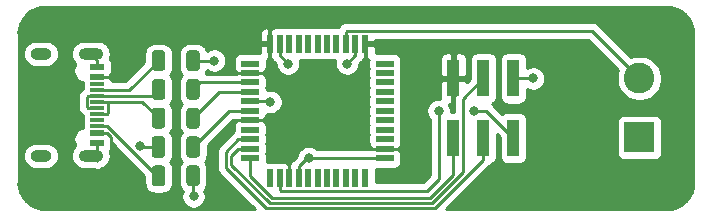
<source format=gtl>
%TF.GenerationSoftware,KiCad,Pcbnew,5.1.9*%
%TF.CreationDate,2021-04-29T00:15:12+02:00*%
%TF.ProjectId,headphoneswitch,68656164-7068-46f6-9e65-737769746368,rev?*%
%TF.SameCoordinates,Original*%
%TF.FileFunction,Copper,L1,Top*%
%TF.FilePolarity,Positive*%
%FSLAX46Y46*%
G04 Gerber Fmt 4.6, Leading zero omitted, Abs format (unit mm)*
G04 Created by KiCad (PCBNEW 5.1.9) date 2021-04-29 00:15:12*
%MOMM*%
%LPD*%
G01*
G04 APERTURE LIST*
%TA.AperFunction,SMDPad,CuDef*%
%ADD10R,0.550000X1.500000*%
%TD*%
%TA.AperFunction,SMDPad,CuDef*%
%ADD11R,1.500000X0.550000*%
%TD*%
%TA.AperFunction,SMDPad,CuDef*%
%ADD12R,1.000000X3.150000*%
%TD*%
%TA.AperFunction,ComponentPad*%
%ADD13C,2.600000*%
%TD*%
%TA.AperFunction,ComponentPad*%
%ADD14R,2.600000X2.600000*%
%TD*%
%TA.AperFunction,SMDPad,CuDef*%
%ADD15R,1.150000X0.300000*%
%TD*%
%TA.AperFunction,SMDPad,CuDef*%
%ADD16R,1.150000X0.600000*%
%TD*%
%TA.AperFunction,ComponentPad*%
%ADD17O,2.100000X1.000000*%
%TD*%
%TA.AperFunction,ComponentPad*%
%ADD18O,1.800000X1.000000*%
%TD*%
%TA.AperFunction,ViaPad*%
%ADD19C,0.800000*%
%TD*%
%TA.AperFunction,Conductor*%
%ADD20C,0.250000*%
%TD*%
%TA.AperFunction,Conductor*%
%ADD21C,0.254000*%
%TD*%
%TA.AperFunction,Conductor*%
%ADD22C,0.100000*%
%TD*%
G04 APERTURE END LIST*
D10*
%TO.P,U1,44*%
%TO.N,+5V*%
X130750000Y-56050000D03*
%TO.P,U1,43*%
%TO.N,GND*%
X131550000Y-56050000D03*
%TO.P,U1,42*%
%TO.N,Net-(U1-Pad42)*%
X132350000Y-56050000D03*
%TO.P,U1,41*%
%TO.N,Net-(U1-Pad41)*%
X133150000Y-56050000D03*
%TO.P,U1,40*%
%TO.N,Net-(U1-Pad40)*%
X133950000Y-56050000D03*
%TO.P,U1,39*%
%TO.N,Net-(U1-Pad39)*%
X134750000Y-56050000D03*
%TO.P,U1,38*%
%TO.N,Net-(U1-Pad38)*%
X135550000Y-56050000D03*
%TO.P,U1,37*%
%TO.N,Net-(U1-Pad37)*%
X136350000Y-56050000D03*
%TO.P,U1,36*%
%TO.N,Net-(J2-Pad2)*%
X137150000Y-56050000D03*
%TO.P,U1,35*%
%TO.N,GND*%
X137950000Y-56050000D03*
%TO.P,U1,34*%
%TO.N,+5V*%
X138750000Y-56050000D03*
D11*
%TO.P,U1,33*%
%TO.N,Net-(U1-Pad33)*%
X140450000Y-57750000D03*
%TO.P,U1,32*%
%TO.N,Net-(U1-Pad32)*%
X140450000Y-58550000D03*
%TO.P,U1,31*%
%TO.N,Net-(U1-Pad31)*%
X140450000Y-59350000D03*
%TO.P,U1,30*%
%TO.N,Net-(U1-Pad30)*%
X140450000Y-60150000D03*
%TO.P,U1,29*%
%TO.N,Net-(U1-Pad29)*%
X140450000Y-60950000D03*
%TO.P,U1,28*%
%TO.N,Net-(U1-Pad28)*%
X140450000Y-61750000D03*
%TO.P,U1,27*%
%TO.N,Net-(U1-Pad27)*%
X140450000Y-62550000D03*
%TO.P,U1,26*%
%TO.N,Net-(U1-Pad26)*%
X140450000Y-63350000D03*
%TO.P,U1,25*%
%TO.N,Net-(U1-Pad25)*%
X140450000Y-64150000D03*
%TO.P,U1,24*%
%TO.N,+5V*%
X140450000Y-64950000D03*
%TO.P,U1,23*%
%TO.N,GND*%
X140450000Y-65750000D03*
D10*
%TO.P,U1,22*%
%TO.N,Net-(U1-Pad22)*%
X138750000Y-67450000D03*
%TO.P,U1,21*%
%TO.N,Net-(U1-Pad21)*%
X137950000Y-67450000D03*
%TO.P,U1,20*%
%TO.N,Net-(U1-Pad20)*%
X137150000Y-67450000D03*
%TO.P,U1,19*%
%TO.N,Net-(U1-Pad19)*%
X136350000Y-67450000D03*
%TO.P,U1,18*%
%TO.N,Net-(U1-Pad18)*%
X135550000Y-67450000D03*
%TO.P,U1,17*%
%TO.N,Net-(U1-Pad17)*%
X134750000Y-67450000D03*
%TO.P,U1,16*%
%TO.N,Net-(U1-Pad16)*%
X133950000Y-67450000D03*
%TO.P,U1,15*%
%TO.N,GND*%
X133150000Y-67450000D03*
%TO.P,U1,14*%
%TO.N,+5V*%
X132350000Y-67450000D03*
%TO.P,U1,13*%
%TO.N,/RESET*%
X131550000Y-67450000D03*
%TO.P,U1,12*%
%TO.N,Net-(U1-Pad12)*%
X130750000Y-67450000D03*
D11*
%TO.P,U1,11*%
%TO.N,/MISO*%
X129050000Y-65750000D03*
%TO.P,U1,10*%
%TO.N,/MOSI*%
X129050000Y-64950000D03*
%TO.P,U1,9*%
%TO.N,/SCK*%
X129050000Y-64150000D03*
%TO.P,U1,8*%
%TO.N,Net-(U1-Pad8)*%
X129050000Y-63350000D03*
%TO.P,U1,7*%
%TO.N,+5V*%
X129050000Y-62550000D03*
%TO.P,U1,6*%
%TO.N,Net-(C1-Pad1)*%
X129050000Y-61750000D03*
%TO.P,U1,5*%
%TO.N,GND*%
X129050000Y-60950000D03*
%TO.P,U1,4*%
%TO.N,Net-(R3-Pad1)*%
X129050000Y-60150000D03*
%TO.P,U1,3*%
%TO.N,Net-(R4-Pad1)*%
X129050000Y-59350000D03*
%TO.P,U1,2*%
%TO.N,+5V*%
X129050000Y-58550000D03*
%TO.P,U1,1*%
%TO.N,Net-(U1-Pad1)*%
X129050000Y-57750000D03*
%TD*%
%TO.P,R4,2*%
%TO.N,/USBN*%
%TA.AperFunction,SMDPad,CuDef*%
G36*
G01*
X121850000Y-59312499D02*
X121850000Y-60562501D01*
G75*
G02*
X121600001Y-60812500I-249999J0D01*
G01*
X120974999Y-60812500D01*
G75*
G02*
X120725000Y-60562501I0J249999D01*
G01*
X120725000Y-59312499D01*
G75*
G02*
X120974999Y-59062500I249999J0D01*
G01*
X121600001Y-59062500D01*
G75*
G02*
X121850000Y-59312499I0J-249999D01*
G01*
G37*
%TD.AperFunction*%
%TO.P,R4,1*%
%TO.N,Net-(R4-Pad1)*%
%TA.AperFunction,SMDPad,CuDef*%
G36*
G01*
X124775000Y-59312499D02*
X124775000Y-60562501D01*
G75*
G02*
X124525001Y-60812500I-249999J0D01*
G01*
X123899999Y-60812500D01*
G75*
G02*
X123650000Y-60562501I0J249999D01*
G01*
X123650000Y-59312499D01*
G75*
G02*
X123899999Y-59062500I249999J0D01*
G01*
X124525001Y-59062500D01*
G75*
G02*
X124775000Y-59312499I0J-249999D01*
G01*
G37*
%TD.AperFunction*%
%TD*%
%TO.P,R3,2*%
%TO.N,/USBP*%
%TA.AperFunction,SMDPad,CuDef*%
G36*
G01*
X121850000Y-61749999D02*
X121850000Y-63000001D01*
G75*
G02*
X121600001Y-63250000I-249999J0D01*
G01*
X120974999Y-63250000D01*
G75*
G02*
X120725000Y-63000001I0J249999D01*
G01*
X120725000Y-61749999D01*
G75*
G02*
X120974999Y-61500000I249999J0D01*
G01*
X121600001Y-61500000D01*
G75*
G02*
X121850000Y-61749999I0J-249999D01*
G01*
G37*
%TD.AperFunction*%
%TO.P,R3,1*%
%TO.N,Net-(R3-Pad1)*%
%TA.AperFunction,SMDPad,CuDef*%
G36*
G01*
X124775000Y-61749999D02*
X124775000Y-63000001D01*
G75*
G02*
X124525001Y-63250000I-249999J0D01*
G01*
X123899999Y-63250000D01*
G75*
G02*
X123650000Y-63000001I0J249999D01*
G01*
X123650000Y-61749999D01*
G75*
G02*
X123899999Y-61500000I249999J0D01*
G01*
X124525001Y-61500000D01*
G75*
G02*
X124775000Y-61749999I0J-249999D01*
G01*
G37*
%TD.AperFunction*%
%TD*%
%TO.P,R2,2*%
%TO.N,Net-(J1-PadB5)*%
%TA.AperFunction,SMDPad,CuDef*%
G36*
G01*
X121850000Y-66624999D02*
X121850000Y-67875001D01*
G75*
G02*
X121600001Y-68125000I-249999J0D01*
G01*
X120974999Y-68125000D01*
G75*
G02*
X120725000Y-67875001I0J249999D01*
G01*
X120725000Y-66624999D01*
G75*
G02*
X120974999Y-66375000I249999J0D01*
G01*
X121600001Y-66375000D01*
G75*
G02*
X121850000Y-66624999I0J-249999D01*
G01*
G37*
%TD.AperFunction*%
%TO.P,R2,1*%
%TO.N,GND*%
%TA.AperFunction,SMDPad,CuDef*%
G36*
G01*
X124775000Y-66624999D02*
X124775000Y-67875001D01*
G75*
G02*
X124525001Y-68125000I-249999J0D01*
G01*
X123899999Y-68125000D01*
G75*
G02*
X123650000Y-67875001I0J249999D01*
G01*
X123650000Y-66624999D01*
G75*
G02*
X123899999Y-66375000I249999J0D01*
G01*
X124525001Y-66375000D01*
G75*
G02*
X124775000Y-66624999I0J-249999D01*
G01*
G37*
%TD.AperFunction*%
%TD*%
%TO.P,R1,2*%
%TO.N,Net-(J1-PadA5)*%
%TA.AperFunction,SMDPad,CuDef*%
G36*
G01*
X121850000Y-56874999D02*
X121850000Y-58125001D01*
G75*
G02*
X121600001Y-58375000I-249999J0D01*
G01*
X120974999Y-58375000D01*
G75*
G02*
X120725000Y-58125001I0J249999D01*
G01*
X120725000Y-56874999D01*
G75*
G02*
X120974999Y-56625000I249999J0D01*
G01*
X121600001Y-56625000D01*
G75*
G02*
X121850000Y-56874999I0J-249999D01*
G01*
G37*
%TD.AperFunction*%
%TO.P,R1,1*%
%TO.N,GND*%
%TA.AperFunction,SMDPad,CuDef*%
G36*
G01*
X124775000Y-56874999D02*
X124775000Y-58125001D01*
G75*
G02*
X124525001Y-58375000I-249999J0D01*
G01*
X123899999Y-58375000D01*
G75*
G02*
X123650000Y-58125001I0J249999D01*
G01*
X123650000Y-56874999D01*
G75*
G02*
X123899999Y-56625000I249999J0D01*
G01*
X124525001Y-56625000D01*
G75*
G02*
X124775000Y-56874999I0J-249999D01*
G01*
G37*
%TD.AperFunction*%
%TD*%
D12*
%TO.P,J3,6*%
%TO.N,GND*%
X151330000Y-59000000D03*
%TO.P,J3,5*%
%TO.N,/RESET*%
X151330000Y-64050000D03*
%TO.P,J3,4*%
%TO.N,/MOSI*%
X148790000Y-59000000D03*
%TO.P,J3,3*%
%TO.N,/SCK*%
X148790000Y-64050000D03*
%TO.P,J3,2*%
%TO.N,+5V*%
X146250000Y-59000000D03*
%TO.P,J3,1*%
%TO.N,/MISO*%
X146250000Y-64050000D03*
%TD*%
D13*
%TO.P,J2,2*%
%TO.N,Net-(J2-Pad2)*%
X162000000Y-59000000D03*
D14*
%TO.P,J2,1*%
%TO.N,GND*%
X162000000Y-64000000D03*
%TD*%
D15*
%TO.P,J1,A6*%
%TO.N,/USBP*%
X116105000Y-61000000D03*
%TO.P,J1,B7*%
%TO.N,/USBN*%
X116105000Y-60500000D03*
%TO.P,J1,A5*%
%TO.N,Net-(J1-PadA5)*%
X116105000Y-60000000D03*
%TO.P,J1,B8*%
%TO.N,Net-(J1-PadB8)*%
X116105000Y-59500000D03*
%TO.P,J1,A7*%
%TO.N,/USBN*%
X116105000Y-61500000D03*
%TO.P,J1,B6*%
%TO.N,/USBP*%
X116105000Y-62000000D03*
%TO.P,J1,A8*%
%TO.N,Net-(J1-PadA8)*%
X116105000Y-62500000D03*
%TO.P,J1,B5*%
%TO.N,Net-(J1-PadB5)*%
X116105000Y-63000000D03*
D16*
%TO.P,J1,A4*%
%TO.N,+5V*%
X116105000Y-58850000D03*
%TO.P,J1,A1*%
%TO.N,GND*%
X116105000Y-58050000D03*
%TO.P,J1,B4*%
%TO.N,+5V*%
X116105000Y-63650000D03*
%TO.P,J1,B1*%
%TO.N,GND*%
X116105000Y-64450000D03*
D17*
%TO.P,J1,S1*%
X115530000Y-56930000D03*
X115530000Y-65570000D03*
D18*
X111350000Y-56930000D03*
X111350000Y-65570000D03*
%TD*%
%TO.P,C1,2*%
%TO.N,GND*%
%TA.AperFunction,SMDPad,CuDef*%
G36*
G01*
X121850000Y-64162499D02*
X121850000Y-65462501D01*
G75*
G02*
X121600001Y-65712500I-249999J0D01*
G01*
X120949999Y-65712500D01*
G75*
G02*
X120700000Y-65462501I0J249999D01*
G01*
X120700000Y-64162499D01*
G75*
G02*
X120949999Y-63912500I249999J0D01*
G01*
X121600001Y-63912500D01*
G75*
G02*
X121850000Y-64162499I0J-249999D01*
G01*
G37*
%TD.AperFunction*%
%TO.P,C1,1*%
%TO.N,Net-(C1-Pad1)*%
%TA.AperFunction,SMDPad,CuDef*%
G36*
G01*
X124800000Y-64162499D02*
X124800000Y-65462501D01*
G75*
G02*
X124550001Y-65712500I-249999J0D01*
G01*
X123899999Y-65712500D01*
G75*
G02*
X123650000Y-65462501I0J249999D01*
G01*
X123650000Y-64162499D01*
G75*
G02*
X123899999Y-63912500I249999J0D01*
G01*
X124550001Y-63912500D01*
G75*
G02*
X124800000Y-64162499I0J-249999D01*
G01*
G37*
%TD.AperFunction*%
%TD*%
D19*
%TO.N,GND*%
X119750000Y-64750000D03*
X126000000Y-57500000D03*
X124250000Y-69000000D03*
X130750000Y-61000000D03*
X153000000Y-59000000D03*
X134000000Y-65749988D03*
X137250000Y-57750000D03*
X132250000Y-57750000D03*
%TO.N,/RESET*%
X147999998Y-61750000D03*
X145000000Y-61750000D03*
%TD*%
D20*
%TO.N,GND*%
X116105000Y-65450000D02*
X116105000Y-65995000D01*
X119812500Y-64812500D02*
X119750000Y-64750000D01*
X121275000Y-64812500D02*
X119812500Y-64812500D01*
X124212500Y-57500000D02*
X126000000Y-57500000D01*
X124212500Y-68962500D02*
X124250000Y-69000000D01*
X124212500Y-67250000D02*
X124212500Y-68962500D01*
X130700000Y-60950000D02*
X130750000Y-61000000D01*
X129050000Y-60950000D02*
X130700000Y-60950000D01*
X151330000Y-59000000D02*
X153000000Y-59000000D01*
X140450000Y-65750000D02*
X134000012Y-65750000D01*
X134000012Y-65750000D02*
X134000000Y-65749988D01*
X133150000Y-67450000D02*
X133150000Y-66450000D01*
X133150000Y-66450000D02*
X133850012Y-65749988D01*
X133850012Y-65749988D02*
X134000000Y-65749988D01*
X137950000Y-57050000D02*
X137250000Y-57750000D01*
X137950000Y-56050000D02*
X137950000Y-57050000D01*
X131550000Y-57050000D02*
X132250000Y-57750000D01*
X131550000Y-56050000D02*
X131550000Y-57050000D01*
X116105000Y-57505000D02*
X115530000Y-56930000D01*
X116105000Y-58050000D02*
X116105000Y-57505000D01*
X116105000Y-64995000D02*
X115530000Y-65570000D01*
X116105000Y-64450000D02*
X116105000Y-64995000D01*
%TO.N,Net-(C1-Pad1)*%
X127287500Y-61750000D02*
X129050000Y-61750000D01*
X124225000Y-64812500D02*
X127287500Y-61750000D01*
%TO.N,/USBP*%
X120912500Y-62000000D02*
X121287500Y-62375000D01*
X119912500Y-61000000D02*
X121287500Y-62375000D01*
X116105000Y-61000000D02*
X119912500Y-61000000D01*
X116915002Y-62000000D02*
X116105000Y-62000000D01*
X117005001Y-61910001D02*
X116915002Y-62000000D01*
X117005001Y-61075001D02*
X117005001Y-61910001D01*
X116930000Y-61000000D02*
X117005001Y-61075001D01*
X116105000Y-61000000D02*
X116930000Y-61000000D01*
%TO.N,/USBN*%
X120725000Y-60500000D02*
X121287500Y-59937500D01*
X116105000Y-60500000D02*
X120725000Y-60500000D01*
X115294998Y-60500000D02*
X116105000Y-60500000D01*
X115204999Y-60589999D02*
X115294998Y-60500000D01*
X115204999Y-61424999D02*
X115204999Y-60589999D01*
X115280000Y-61500000D02*
X115204999Y-61424999D01*
X116105000Y-61500000D02*
X115280000Y-61500000D01*
%TO.N,Net-(J1-PadA5)*%
X118787500Y-60000000D02*
X121287500Y-57500000D01*
X116105000Y-60000000D02*
X118787500Y-60000000D01*
%TO.N,Net-(J1-PadB5)*%
X121180000Y-67250000D02*
X121287500Y-67250000D01*
X116930000Y-63000000D02*
X121180000Y-67250000D01*
X116105000Y-63000000D02*
X116930000Y-63000000D01*
%TO.N,+5V*%
X132350000Y-67450000D02*
X132350000Y-65350000D01*
X140450000Y-64950000D02*
X138300000Y-64950000D01*
X140450000Y-64950000D02*
X142450000Y-64950000D01*
X130750000Y-56050000D02*
X130750000Y-57750000D01*
X130750000Y-56050000D02*
X130750000Y-54250000D01*
X138750000Y-56050000D02*
X138750000Y-58000000D01*
X129050000Y-58550000D02*
X130950000Y-58550000D01*
X129050000Y-58550000D02*
X126800000Y-58550000D01*
X129050000Y-62550000D02*
X130700000Y-62550000D01*
X129050000Y-62550000D02*
X127700000Y-62550000D01*
X116105000Y-58850000D02*
X117850000Y-58850000D01*
X116930000Y-63650000D02*
X117250000Y-63970000D01*
X116105000Y-63650000D02*
X116930000Y-63650000D01*
X117250000Y-63970000D02*
X117250000Y-65000000D01*
%TO.N,/RESET*%
X151330000Y-64050000D02*
X149030000Y-61750000D01*
X149030000Y-61750000D02*
X147999998Y-61750000D01*
X131550000Y-68450000D02*
X131550000Y-67450000D01*
X131625001Y-68525001D02*
X131550000Y-68450000D01*
X145000000Y-61750000D02*
X145000000Y-67500000D01*
X143974999Y-68525001D02*
X131625001Y-68525001D01*
X145000000Y-67500000D02*
X143974999Y-68525001D01*
%TO.N,/MOSI*%
X128050000Y-64950000D02*
X129050000Y-64950000D01*
X127450011Y-66313601D02*
X127450011Y-65549989D01*
X144478601Y-69549989D02*
X130686398Y-69549988D01*
X147075001Y-60714999D02*
X147075001Y-66953589D01*
X147075001Y-66953589D02*
X144478601Y-69549989D01*
X127450011Y-65549989D02*
X128050000Y-64950000D01*
X130686398Y-69549988D02*
X127450011Y-66313601D01*
X148790000Y-59000000D02*
X147075001Y-60714999D01*
%TO.N,/SCK*%
X130417174Y-69999998D02*
X127000000Y-66582824D01*
X127000000Y-66582824D02*
X127000000Y-65200000D01*
X148790000Y-64050000D02*
X148790000Y-65875000D01*
X148790000Y-65875000D02*
X144665000Y-70000000D01*
X144665000Y-70000000D02*
X130417174Y-69999998D01*
X127000000Y-65200000D02*
X128050000Y-64150000D01*
X128050000Y-64150000D02*
X129050000Y-64150000D01*
%TO.N,/MISO*%
X144292202Y-69099978D02*
X130872798Y-69099978D01*
X146250000Y-64050000D02*
X146250000Y-67142180D01*
X130872798Y-69099978D02*
X129050000Y-67277180D01*
X129050000Y-67277180D02*
X129050000Y-65750000D01*
X146250000Y-67142180D02*
X144292202Y-69099978D01*
%TO.N,Net-(R3-Pad1)*%
X126437500Y-60150000D02*
X129050000Y-60150000D01*
X124212500Y-62375000D02*
X126437500Y-60150000D01*
%TO.N,Net-(R4-Pad1)*%
X124800000Y-59350000D02*
X129050000Y-59350000D01*
X124212500Y-59937500D02*
X124800000Y-59350000D01*
%TO.N,Net-(J2-Pad2)*%
X137150000Y-55050000D02*
X137150000Y-56050000D01*
X137225001Y-54974999D02*
X137150000Y-55050000D01*
X157974999Y-54974999D02*
X137225001Y-54974999D01*
X162000000Y-59000000D02*
X157974999Y-54974999D01*
%TD*%
D21*
%TO.N,+5V*%
X111716353Y-52935000D02*
X164283647Y-52935000D01*
X164377955Y-52925711D01*
X164703893Y-52957670D01*
X165140498Y-53089489D01*
X165543185Y-53303600D01*
X165896612Y-53591848D01*
X166187327Y-53943261D01*
X166404242Y-54344439D01*
X166539106Y-54780113D01*
X166574654Y-55118335D01*
X166565000Y-55216354D01*
X166565001Y-67783647D01*
X166574289Y-67877950D01*
X166542330Y-68203894D01*
X166410512Y-68640497D01*
X166196399Y-69043186D01*
X165908150Y-69396613D01*
X165556739Y-69687327D01*
X165155564Y-69904240D01*
X164719886Y-70039106D01*
X164235664Y-70090000D01*
X145649801Y-70090000D01*
X149301003Y-66438799D01*
X149330001Y-66415001D01*
X149361640Y-66376449D01*
X149424974Y-66299277D01*
X149457923Y-66237634D01*
X149534180Y-66214502D01*
X149644494Y-66155537D01*
X149741185Y-66076185D01*
X149820537Y-65979494D01*
X149879502Y-65869180D01*
X149915812Y-65749482D01*
X149928072Y-65625000D01*
X149928072Y-63722874D01*
X150191928Y-63986730D01*
X150191928Y-65625000D01*
X150204188Y-65749482D01*
X150240498Y-65869180D01*
X150299463Y-65979494D01*
X150378815Y-66076185D01*
X150475506Y-66155537D01*
X150585820Y-66214502D01*
X150705518Y-66250812D01*
X150830000Y-66263072D01*
X151830000Y-66263072D01*
X151954482Y-66250812D01*
X152074180Y-66214502D01*
X152184494Y-66155537D01*
X152281185Y-66076185D01*
X152360537Y-65979494D01*
X152419502Y-65869180D01*
X152455812Y-65749482D01*
X152468072Y-65625000D01*
X152468072Y-62700000D01*
X160061928Y-62700000D01*
X160061928Y-65300000D01*
X160074188Y-65424482D01*
X160110498Y-65544180D01*
X160169463Y-65654494D01*
X160248815Y-65751185D01*
X160345506Y-65830537D01*
X160455820Y-65889502D01*
X160575518Y-65925812D01*
X160700000Y-65938072D01*
X163300000Y-65938072D01*
X163424482Y-65925812D01*
X163544180Y-65889502D01*
X163654494Y-65830537D01*
X163751185Y-65751185D01*
X163830537Y-65654494D01*
X163889502Y-65544180D01*
X163925812Y-65424482D01*
X163938072Y-65300000D01*
X163938072Y-62700000D01*
X163925812Y-62575518D01*
X163889502Y-62455820D01*
X163830537Y-62345506D01*
X163751185Y-62248815D01*
X163654494Y-62169463D01*
X163544180Y-62110498D01*
X163424482Y-62074188D01*
X163300000Y-62061928D01*
X160700000Y-62061928D01*
X160575518Y-62074188D01*
X160455820Y-62110498D01*
X160345506Y-62169463D01*
X160248815Y-62248815D01*
X160169463Y-62345506D01*
X160110498Y-62455820D01*
X160074188Y-62575518D01*
X160061928Y-62700000D01*
X152468072Y-62700000D01*
X152468072Y-62475000D01*
X152455812Y-62350518D01*
X152419502Y-62230820D01*
X152360537Y-62120506D01*
X152281185Y-62023815D01*
X152184494Y-61944463D01*
X152074180Y-61885498D01*
X151954482Y-61849188D01*
X151830000Y-61836928D01*
X150830000Y-61836928D01*
X150705518Y-61849188D01*
X150585820Y-61885498D01*
X150475506Y-61944463D01*
X150378815Y-62023815D01*
X150378725Y-62023924D01*
X149593804Y-61239003D01*
X149570001Y-61209999D01*
X149519857Y-61168847D01*
X149534180Y-61164502D01*
X149644494Y-61105537D01*
X149741185Y-61026185D01*
X149820537Y-60929494D01*
X149879502Y-60819180D01*
X149915812Y-60699482D01*
X149928072Y-60575000D01*
X149928072Y-57425000D01*
X150191928Y-57425000D01*
X150191928Y-60575000D01*
X150204188Y-60699482D01*
X150240498Y-60819180D01*
X150299463Y-60929494D01*
X150378815Y-61026185D01*
X150475506Y-61105537D01*
X150585820Y-61164502D01*
X150705518Y-61200812D01*
X150830000Y-61213072D01*
X151830000Y-61213072D01*
X151954482Y-61200812D01*
X152074180Y-61164502D01*
X152184494Y-61105537D01*
X152281185Y-61026185D01*
X152360537Y-60929494D01*
X152419502Y-60819180D01*
X152455812Y-60699482D01*
X152468072Y-60575000D01*
X152468072Y-59889361D01*
X152509744Y-59917205D01*
X152698102Y-59995226D01*
X152898061Y-60035000D01*
X153101939Y-60035000D01*
X153301898Y-59995226D01*
X153490256Y-59917205D01*
X153659774Y-59803937D01*
X153803937Y-59659774D01*
X153917205Y-59490256D01*
X153995226Y-59301898D01*
X154035000Y-59101939D01*
X154035000Y-58898061D01*
X153995226Y-58698102D01*
X153917205Y-58509744D01*
X153803937Y-58340226D01*
X153659774Y-58196063D01*
X153490256Y-58082795D01*
X153301898Y-58004774D01*
X153101939Y-57965000D01*
X152898061Y-57965000D01*
X152698102Y-58004774D01*
X152509744Y-58082795D01*
X152468072Y-58110639D01*
X152468072Y-57425000D01*
X152455812Y-57300518D01*
X152419502Y-57180820D01*
X152360537Y-57070506D01*
X152281185Y-56973815D01*
X152184494Y-56894463D01*
X152074180Y-56835498D01*
X151954482Y-56799188D01*
X151830000Y-56786928D01*
X150830000Y-56786928D01*
X150705518Y-56799188D01*
X150585820Y-56835498D01*
X150475506Y-56894463D01*
X150378815Y-56973815D01*
X150299463Y-57070506D01*
X150240498Y-57180820D01*
X150204188Y-57300518D01*
X150191928Y-57425000D01*
X149928072Y-57425000D01*
X149915812Y-57300518D01*
X149879502Y-57180820D01*
X149820537Y-57070506D01*
X149741185Y-56973815D01*
X149644494Y-56894463D01*
X149534180Y-56835498D01*
X149414482Y-56799188D01*
X149290000Y-56786928D01*
X148290000Y-56786928D01*
X148165518Y-56799188D01*
X148045820Y-56835498D01*
X147935506Y-56894463D01*
X147838815Y-56973815D01*
X147759463Y-57070506D01*
X147700498Y-57180820D01*
X147664188Y-57300518D01*
X147651928Y-57425000D01*
X147651928Y-59063270D01*
X147385106Y-59330093D01*
X147385000Y-59285750D01*
X147226250Y-59127000D01*
X146377000Y-59127000D01*
X146377000Y-60408638D01*
X146369455Y-60422753D01*
X146325998Y-60566014D01*
X146315001Y-60677667D01*
X146315001Y-60677677D01*
X146311325Y-60714999D01*
X146315001Y-60752322D01*
X146315001Y-61836928D01*
X146035000Y-61836928D01*
X146035000Y-61648061D01*
X145995226Y-61448102D01*
X145917205Y-61259744D01*
X145884729Y-61211140D01*
X145964250Y-61210000D01*
X146123000Y-61051250D01*
X146123000Y-59127000D01*
X145273750Y-59127000D01*
X145115000Y-59285750D01*
X145111928Y-60575000D01*
X145124188Y-60699482D01*
X145130626Y-60720706D01*
X145101939Y-60715000D01*
X144898061Y-60715000D01*
X144698102Y-60754774D01*
X144509744Y-60832795D01*
X144340226Y-60946063D01*
X144196063Y-61090226D01*
X144082795Y-61259744D01*
X144004774Y-61448102D01*
X143965000Y-61648061D01*
X143965000Y-61851939D01*
X144004774Y-62051898D01*
X144082795Y-62240256D01*
X144196063Y-62409774D01*
X144240000Y-62453711D01*
X144240001Y-67185197D01*
X143660198Y-67765001D01*
X139663072Y-67765001D01*
X139663072Y-66700000D01*
X139659038Y-66659038D01*
X139700000Y-66663072D01*
X141200000Y-66663072D01*
X141324482Y-66650812D01*
X141444180Y-66614502D01*
X141554494Y-66555537D01*
X141651185Y-66476185D01*
X141730537Y-66379494D01*
X141789502Y-66269180D01*
X141825812Y-66149482D01*
X141838072Y-66025000D01*
X141838072Y-65475000D01*
X141825812Y-65350518D01*
X141825454Y-65349337D01*
X141835000Y-65235750D01*
X141742917Y-65143667D01*
X141730537Y-65120506D01*
X141651185Y-65023815D01*
X141561241Y-64950000D01*
X141651185Y-64876185D01*
X141730537Y-64779494D01*
X141742917Y-64756333D01*
X141835000Y-64664250D01*
X141825454Y-64550663D01*
X141825812Y-64549482D01*
X141838072Y-64425000D01*
X141838072Y-63875000D01*
X141825812Y-63750518D01*
X141825655Y-63750000D01*
X141825812Y-63749482D01*
X141838072Y-63625000D01*
X141838072Y-63075000D01*
X141825812Y-62950518D01*
X141825655Y-62950000D01*
X141825812Y-62949482D01*
X141838072Y-62825000D01*
X141838072Y-62275000D01*
X141825812Y-62150518D01*
X141825655Y-62150000D01*
X141825812Y-62149482D01*
X141838072Y-62025000D01*
X141838072Y-61475000D01*
X141825812Y-61350518D01*
X141825655Y-61350000D01*
X141825812Y-61349482D01*
X141838072Y-61225000D01*
X141838072Y-60675000D01*
X141825812Y-60550518D01*
X141825655Y-60550000D01*
X141825812Y-60549482D01*
X141838072Y-60425000D01*
X141838072Y-59875000D01*
X141825812Y-59750518D01*
X141825655Y-59750000D01*
X141825812Y-59749482D01*
X141838072Y-59625000D01*
X141838072Y-59075000D01*
X141825812Y-58950518D01*
X141825655Y-58950000D01*
X141825812Y-58949482D01*
X141838072Y-58825000D01*
X141838072Y-58275000D01*
X141825812Y-58150518D01*
X141825655Y-58150000D01*
X141825812Y-58149482D01*
X141838072Y-58025000D01*
X141838072Y-57475000D01*
X141833148Y-57425000D01*
X145111928Y-57425000D01*
X145115000Y-58714250D01*
X145273750Y-58873000D01*
X146123000Y-58873000D01*
X146123000Y-56948750D01*
X146377000Y-56948750D01*
X146377000Y-58873000D01*
X147226250Y-58873000D01*
X147385000Y-58714250D01*
X147388072Y-57425000D01*
X147375812Y-57300518D01*
X147339502Y-57180820D01*
X147280537Y-57070506D01*
X147201185Y-56973815D01*
X147104494Y-56894463D01*
X146994180Y-56835498D01*
X146874482Y-56799188D01*
X146750000Y-56786928D01*
X146535750Y-56790000D01*
X146377000Y-56948750D01*
X146123000Y-56948750D01*
X145964250Y-56790000D01*
X145750000Y-56786928D01*
X145625518Y-56799188D01*
X145505820Y-56835498D01*
X145395506Y-56894463D01*
X145298815Y-56973815D01*
X145219463Y-57070506D01*
X145160498Y-57180820D01*
X145124188Y-57300518D01*
X145111928Y-57425000D01*
X141833148Y-57425000D01*
X141825812Y-57350518D01*
X141789502Y-57230820D01*
X141730537Y-57120506D01*
X141651185Y-57023815D01*
X141554494Y-56944463D01*
X141444180Y-56885498D01*
X141324482Y-56849188D01*
X141200000Y-56836928D01*
X139700000Y-56836928D01*
X139658936Y-56840972D01*
X139663064Y-56796787D01*
X139660000Y-56335750D01*
X139501250Y-56177000D01*
X138877000Y-56177000D01*
X138877000Y-57276250D01*
X139035750Y-57435000D01*
X139066119Y-57432448D01*
X139061928Y-57475000D01*
X139061928Y-58025000D01*
X139074188Y-58149482D01*
X139074345Y-58150000D01*
X139074188Y-58150518D01*
X139061928Y-58275000D01*
X139061928Y-58825000D01*
X139074188Y-58949482D01*
X139074345Y-58950000D01*
X139074188Y-58950518D01*
X139061928Y-59075000D01*
X139061928Y-59625000D01*
X139074188Y-59749482D01*
X139074345Y-59750000D01*
X139074188Y-59750518D01*
X139061928Y-59875000D01*
X139061928Y-60425000D01*
X139074188Y-60549482D01*
X139074345Y-60550000D01*
X139074188Y-60550518D01*
X139061928Y-60675000D01*
X139061928Y-61225000D01*
X139074188Y-61349482D01*
X139074345Y-61350000D01*
X139074188Y-61350518D01*
X139061928Y-61475000D01*
X139061928Y-62025000D01*
X139074188Y-62149482D01*
X139074345Y-62150000D01*
X139074188Y-62150518D01*
X139061928Y-62275000D01*
X139061928Y-62825000D01*
X139074188Y-62949482D01*
X139074345Y-62950000D01*
X139074188Y-62950518D01*
X139061928Y-63075000D01*
X139061928Y-63625000D01*
X139074188Y-63749482D01*
X139074345Y-63750000D01*
X139074188Y-63750518D01*
X139061928Y-63875000D01*
X139061928Y-64425000D01*
X139074188Y-64549482D01*
X139074546Y-64550663D01*
X139065000Y-64664250D01*
X139157083Y-64756333D01*
X139169463Y-64779494D01*
X139248815Y-64876185D01*
X139338759Y-64950000D01*
X139290019Y-64990000D01*
X134703723Y-64990000D01*
X134659774Y-64946051D01*
X134490256Y-64832783D01*
X134301898Y-64754762D01*
X134101939Y-64714988D01*
X133898061Y-64714988D01*
X133698102Y-64754762D01*
X133509744Y-64832783D01*
X133340226Y-64946051D01*
X133196063Y-65090214D01*
X133082795Y-65259732D01*
X133004774Y-65448090D01*
X132986813Y-65538384D01*
X132638997Y-65886201D01*
X132610000Y-65909999D01*
X132586202Y-65938997D01*
X132586201Y-65938998D01*
X132515026Y-66025724D01*
X132444454Y-66157754D01*
X132424435Y-66223750D01*
X132412738Y-66262313D01*
X132350000Y-66338759D01*
X132276185Y-66248815D01*
X132179494Y-66169463D01*
X132156333Y-66157083D01*
X132064250Y-66065000D01*
X131950663Y-66074546D01*
X131949482Y-66074188D01*
X131825000Y-66061928D01*
X131275000Y-66061928D01*
X131150518Y-66074188D01*
X131150000Y-66074345D01*
X131149482Y-66074188D01*
X131025000Y-66061928D01*
X130475000Y-66061928D01*
X130434038Y-66065962D01*
X130438072Y-66025000D01*
X130438072Y-65475000D01*
X130425812Y-65350518D01*
X130425655Y-65350000D01*
X130425812Y-65349482D01*
X130438072Y-65225000D01*
X130438072Y-64675000D01*
X130425812Y-64550518D01*
X130425655Y-64550000D01*
X130425812Y-64549482D01*
X130438072Y-64425000D01*
X130438072Y-63875000D01*
X130425812Y-63750518D01*
X130425655Y-63750000D01*
X130425812Y-63749482D01*
X130438072Y-63625000D01*
X130438072Y-63075000D01*
X130425812Y-62950518D01*
X130425454Y-62949337D01*
X130435000Y-62835750D01*
X130342917Y-62743667D01*
X130330537Y-62720506D01*
X130251185Y-62623815D01*
X130161241Y-62550000D01*
X130251185Y-62476185D01*
X130330537Y-62379494D01*
X130342917Y-62356333D01*
X130435000Y-62264250D01*
X130425454Y-62150663D01*
X130425812Y-62149482D01*
X130438072Y-62025000D01*
X130438072Y-61991071D01*
X130448102Y-61995226D01*
X130648061Y-62035000D01*
X130851939Y-62035000D01*
X131051898Y-61995226D01*
X131240256Y-61917205D01*
X131409774Y-61803937D01*
X131553937Y-61659774D01*
X131667205Y-61490256D01*
X131745226Y-61301898D01*
X131785000Y-61101939D01*
X131785000Y-60898061D01*
X131745226Y-60698102D01*
X131667205Y-60509744D01*
X131553937Y-60340226D01*
X131409774Y-60196063D01*
X131240256Y-60082795D01*
X131051898Y-60004774D01*
X130851939Y-59965000D01*
X130648061Y-59965000D01*
X130448102Y-60004774D01*
X130438072Y-60008929D01*
X130438072Y-59875000D01*
X130425812Y-59750518D01*
X130425655Y-59750000D01*
X130425812Y-59749482D01*
X130438072Y-59625000D01*
X130438072Y-59075000D01*
X130425812Y-58950518D01*
X130425454Y-58949337D01*
X130435000Y-58835750D01*
X130342917Y-58743667D01*
X130330537Y-58720506D01*
X130251185Y-58623815D01*
X130161241Y-58550000D01*
X130251185Y-58476185D01*
X130330537Y-58379494D01*
X130342917Y-58356333D01*
X130435000Y-58264250D01*
X130425454Y-58150663D01*
X130425812Y-58149482D01*
X130438072Y-58025000D01*
X130438072Y-57475000D01*
X130433881Y-57432448D01*
X130464250Y-57435000D01*
X130623000Y-57276250D01*
X130623000Y-56177000D01*
X129998750Y-56177000D01*
X129840000Y-56335750D01*
X129836936Y-56796787D01*
X129841064Y-56840972D01*
X129800000Y-56836928D01*
X128300000Y-56836928D01*
X128175518Y-56849188D01*
X128055820Y-56885498D01*
X127945506Y-56944463D01*
X127848815Y-57023815D01*
X127769463Y-57120506D01*
X127710498Y-57230820D01*
X127674188Y-57350518D01*
X127661928Y-57475000D01*
X127661928Y-58025000D01*
X127674188Y-58149482D01*
X127674546Y-58150663D01*
X127665000Y-58264250D01*
X127757083Y-58356333D01*
X127769463Y-58379494D01*
X127848815Y-58476185D01*
X127938759Y-58550000D01*
X127890019Y-58590000D01*
X125278578Y-58590000D01*
X125345472Y-58464851D01*
X125385174Y-58333970D01*
X125509744Y-58417205D01*
X125698102Y-58495226D01*
X125898061Y-58535000D01*
X126101939Y-58535000D01*
X126301898Y-58495226D01*
X126490256Y-58417205D01*
X126659774Y-58303937D01*
X126803937Y-58159774D01*
X126917205Y-57990256D01*
X126995226Y-57801898D01*
X127035000Y-57601939D01*
X127035000Y-57398061D01*
X126995226Y-57198102D01*
X126917205Y-57009744D01*
X126803937Y-56840226D01*
X126659774Y-56696063D01*
X126490256Y-56582795D01*
X126301898Y-56504774D01*
X126101939Y-56465000D01*
X125898061Y-56465000D01*
X125698102Y-56504774D01*
X125509744Y-56582795D01*
X125385174Y-56666030D01*
X125345472Y-56535149D01*
X125263405Y-56381613D01*
X125152962Y-56247038D01*
X125018387Y-56136595D01*
X124864851Y-56054528D01*
X124698255Y-56003992D01*
X124525001Y-55986928D01*
X123899999Y-55986928D01*
X123726745Y-56003992D01*
X123560149Y-56054528D01*
X123406613Y-56136595D01*
X123272038Y-56247038D01*
X123161595Y-56381613D01*
X123079528Y-56535149D01*
X123028992Y-56701745D01*
X123011928Y-56874999D01*
X123011928Y-58125001D01*
X123028992Y-58298255D01*
X123079528Y-58464851D01*
X123161595Y-58618387D01*
X123243961Y-58718750D01*
X123161595Y-58819113D01*
X123079528Y-58972649D01*
X123028992Y-59139245D01*
X123011928Y-59312499D01*
X123011928Y-60562501D01*
X123028992Y-60735755D01*
X123079528Y-60902351D01*
X123161595Y-61055887D01*
X123243961Y-61156250D01*
X123161595Y-61256613D01*
X123079528Y-61410149D01*
X123028992Y-61576745D01*
X123011928Y-61749999D01*
X123011928Y-63000001D01*
X123028992Y-63173255D01*
X123079528Y-63339851D01*
X123161595Y-63493387D01*
X123233702Y-63581250D01*
X123161595Y-63669113D01*
X123079528Y-63822649D01*
X123028992Y-63989245D01*
X123011928Y-64162499D01*
X123011928Y-65462501D01*
X123028992Y-65635755D01*
X123079528Y-65802351D01*
X123161595Y-65955887D01*
X123233702Y-66043750D01*
X123161595Y-66131613D01*
X123079528Y-66285149D01*
X123028992Y-66451745D01*
X123011928Y-66624999D01*
X123011928Y-67875001D01*
X123028992Y-68048255D01*
X123079528Y-68214851D01*
X123161595Y-68368387D01*
X123272038Y-68502962D01*
X123319478Y-68541895D01*
X123254774Y-68698102D01*
X123215000Y-68898061D01*
X123215000Y-69101939D01*
X123254774Y-69301898D01*
X123332795Y-69490256D01*
X123446063Y-69659774D01*
X123590226Y-69803937D01*
X123759744Y-69917205D01*
X123948102Y-69995226D01*
X124148061Y-70035000D01*
X124351939Y-70035000D01*
X124551898Y-69995226D01*
X124740256Y-69917205D01*
X124909774Y-69803937D01*
X125053937Y-69659774D01*
X125167205Y-69490256D01*
X125245226Y-69301898D01*
X125285000Y-69101939D01*
X125285000Y-68898061D01*
X125245226Y-68698102D01*
X125167205Y-68509744D01*
X125158315Y-68496439D01*
X125263405Y-68368387D01*
X125345472Y-68214851D01*
X125396008Y-68048255D01*
X125413072Y-67875001D01*
X125413072Y-66624999D01*
X125396008Y-66451745D01*
X125345472Y-66285149D01*
X125263405Y-66131613D01*
X125203798Y-66058981D01*
X125288405Y-65955887D01*
X125370472Y-65802351D01*
X125421008Y-65635755D01*
X125438072Y-65462501D01*
X125438072Y-64674229D01*
X127602302Y-62510000D01*
X127890019Y-62510000D01*
X127938759Y-62550000D01*
X127848815Y-62623815D01*
X127769463Y-62720506D01*
X127757083Y-62743667D01*
X127665000Y-62835750D01*
X127674546Y-62949337D01*
X127674188Y-62950518D01*
X127661928Y-63075000D01*
X127661928Y-63495674D01*
X127625724Y-63515026D01*
X127509999Y-63609999D01*
X127486201Y-63638997D01*
X126488998Y-64636201D01*
X126460000Y-64659999D01*
X126436202Y-64688997D01*
X126436201Y-64688998D01*
X126365026Y-64775724D01*
X126294454Y-64907754D01*
X126270625Y-64986312D01*
X126250998Y-65051014D01*
X126244694Y-65115015D01*
X126236324Y-65200000D01*
X126240001Y-65237332D01*
X126240000Y-66545501D01*
X126236324Y-66582824D01*
X126240000Y-66620146D01*
X126240000Y-66620156D01*
X126250997Y-66731809D01*
X126279486Y-66825725D01*
X126294454Y-66875070D01*
X126365026Y-67007100D01*
X126404871Y-67055650D01*
X126459999Y-67122825D01*
X126489003Y-67146628D01*
X129432374Y-70090000D01*
X111782279Y-70090000D01*
X111296106Y-70042330D01*
X110859503Y-69910512D01*
X110456814Y-69696399D01*
X110103387Y-69408150D01*
X109812673Y-69056739D01*
X109595760Y-68655564D01*
X109460894Y-68219886D01*
X109425346Y-67881668D01*
X109435000Y-67783647D01*
X109435000Y-65570000D01*
X109809509Y-65570000D01*
X109831423Y-65792499D01*
X109896324Y-66006447D01*
X110001716Y-66203623D01*
X110143551Y-66376449D01*
X110316377Y-66518284D01*
X110513553Y-66623676D01*
X110727501Y-66688577D01*
X110894248Y-66705000D01*
X111805752Y-66705000D01*
X111972499Y-66688577D01*
X112186447Y-66623676D01*
X112383623Y-66518284D01*
X112556449Y-66376449D01*
X112698284Y-66203623D01*
X112803676Y-66006447D01*
X112868577Y-65792499D01*
X112890491Y-65570000D01*
X112868577Y-65347501D01*
X112803676Y-65133553D01*
X112698284Y-64936377D01*
X112556449Y-64763551D01*
X112383623Y-64621716D01*
X112186447Y-64516324D01*
X111972499Y-64451423D01*
X111805752Y-64435000D01*
X110894248Y-64435000D01*
X110727501Y-64451423D01*
X110513553Y-64516324D01*
X110316377Y-64621716D01*
X110143551Y-64763551D01*
X110001716Y-64936377D01*
X109896324Y-65133553D01*
X109831423Y-65347501D01*
X109809509Y-65570000D01*
X109435000Y-65570000D01*
X109435000Y-56930000D01*
X109809509Y-56930000D01*
X109831423Y-57152499D01*
X109896324Y-57366447D01*
X110001716Y-57563623D01*
X110143551Y-57736449D01*
X110316377Y-57878284D01*
X110513553Y-57983676D01*
X110727501Y-58048577D01*
X110894248Y-58065000D01*
X111805752Y-58065000D01*
X111972499Y-58048577D01*
X112186447Y-57983676D01*
X112383623Y-57878284D01*
X112556449Y-57736449D01*
X112698284Y-57563623D01*
X112803676Y-57366447D01*
X112868577Y-57152499D01*
X112890491Y-56930000D01*
X113839509Y-56930000D01*
X113861423Y-57152499D01*
X113926324Y-57366447D01*
X114031716Y-57563623D01*
X114173551Y-57736449D01*
X114250090Y-57799263D01*
X114179259Y-57905269D01*
X114106892Y-58079978D01*
X114070000Y-58265448D01*
X114070000Y-58454552D01*
X114106892Y-58640022D01*
X114179259Y-58814731D01*
X114284319Y-58971964D01*
X114418036Y-59105681D01*
X114575269Y-59210741D01*
X114749978Y-59283108D01*
X114895662Y-59312086D01*
X114891928Y-59350000D01*
X114891928Y-59650000D01*
X114901777Y-59750000D01*
X114891928Y-59850000D01*
X114891928Y-59853691D01*
X114870722Y-59865026D01*
X114754997Y-59959999D01*
X114731194Y-59989003D01*
X114693997Y-60026200D01*
X114664999Y-60049998D01*
X114641201Y-60078996D01*
X114641200Y-60078997D01*
X114570025Y-60165723D01*
X114499453Y-60297753D01*
X114472624Y-60386201D01*
X114455997Y-60441013D01*
X114444999Y-60552666D01*
X114444999Y-60552677D01*
X114441323Y-60589999D01*
X114444999Y-60627321D01*
X114444999Y-61387677D01*
X114441323Y-61424999D01*
X114444999Y-61462321D01*
X114444999Y-61462331D01*
X114455996Y-61573984D01*
X114495904Y-61705546D01*
X114499453Y-61717245D01*
X114570025Y-61849275D01*
X114599753Y-61885498D01*
X114664998Y-61965000D01*
X114693999Y-61988801D01*
X114716199Y-62011001D01*
X114739999Y-62040001D01*
X114855724Y-62134974D01*
X114892378Y-62154566D01*
X114901777Y-62250000D01*
X114891928Y-62350000D01*
X114891928Y-62650000D01*
X114901777Y-62750000D01*
X114891928Y-62850000D01*
X114891928Y-63150000D01*
X114895662Y-63187914D01*
X114749978Y-63216892D01*
X114575269Y-63289259D01*
X114418036Y-63394319D01*
X114284319Y-63528036D01*
X114179259Y-63685269D01*
X114106892Y-63859978D01*
X114070000Y-64045448D01*
X114070000Y-64234552D01*
X114106892Y-64420022D01*
X114179259Y-64594731D01*
X114250090Y-64700737D01*
X114173551Y-64763551D01*
X114031716Y-64936377D01*
X113926324Y-65133553D01*
X113861423Y-65347501D01*
X113839509Y-65570000D01*
X113861423Y-65792499D01*
X113926324Y-66006447D01*
X114031716Y-66203623D01*
X114173551Y-66376449D01*
X114346377Y-66518284D01*
X114543553Y-66623676D01*
X114757501Y-66688577D01*
X114924248Y-66705000D01*
X115827437Y-66705000D01*
X115956015Y-66744003D01*
X116105000Y-66758677D01*
X116253986Y-66744003D01*
X116397247Y-66700546D01*
X116529276Y-66629974D01*
X116575246Y-66592248D01*
X116713623Y-66518284D01*
X116886449Y-66376449D01*
X117028284Y-66203623D01*
X117133676Y-66006447D01*
X117198577Y-65792499D01*
X117220491Y-65570000D01*
X117198577Y-65347501D01*
X117147983Y-65180716D01*
X117210537Y-65104494D01*
X117269502Y-64994180D01*
X117305812Y-64874482D01*
X117318072Y-64750000D01*
X117318072Y-64462873D01*
X120086928Y-67231730D01*
X120086928Y-67875001D01*
X120103992Y-68048255D01*
X120154528Y-68214851D01*
X120236595Y-68368387D01*
X120347038Y-68502962D01*
X120481613Y-68613405D01*
X120635149Y-68695472D01*
X120801745Y-68746008D01*
X120974999Y-68763072D01*
X121600001Y-68763072D01*
X121773255Y-68746008D01*
X121939851Y-68695472D01*
X122093387Y-68613405D01*
X122227962Y-68502962D01*
X122338405Y-68368387D01*
X122420472Y-68214851D01*
X122471008Y-68048255D01*
X122488072Y-67875001D01*
X122488072Y-66624999D01*
X122471008Y-66451745D01*
X122420472Y-66285149D01*
X122338405Y-66131613D01*
X122266298Y-66043750D01*
X122338405Y-65955887D01*
X122420472Y-65802351D01*
X122471008Y-65635755D01*
X122488072Y-65462501D01*
X122488072Y-64162499D01*
X122471008Y-63989245D01*
X122420472Y-63822649D01*
X122338405Y-63669113D01*
X122266298Y-63581250D01*
X122338405Y-63493387D01*
X122420472Y-63339851D01*
X122471008Y-63173255D01*
X122488072Y-63000001D01*
X122488072Y-61749999D01*
X122471008Y-61576745D01*
X122420472Y-61410149D01*
X122338405Y-61256613D01*
X122256039Y-61156250D01*
X122338405Y-61055887D01*
X122420472Y-60902351D01*
X122471008Y-60735755D01*
X122488072Y-60562501D01*
X122488072Y-59312499D01*
X122471008Y-59139245D01*
X122420472Y-58972649D01*
X122338405Y-58819113D01*
X122256039Y-58718750D01*
X122338405Y-58618387D01*
X122420472Y-58464851D01*
X122471008Y-58298255D01*
X122488072Y-58125001D01*
X122488072Y-56874999D01*
X122471008Y-56701745D01*
X122420472Y-56535149D01*
X122338405Y-56381613D01*
X122227962Y-56247038D01*
X122093387Y-56136595D01*
X121939851Y-56054528D01*
X121773255Y-56003992D01*
X121600001Y-55986928D01*
X120974999Y-55986928D01*
X120801745Y-56003992D01*
X120635149Y-56054528D01*
X120481613Y-56136595D01*
X120347038Y-56247038D01*
X120236595Y-56381613D01*
X120154528Y-56535149D01*
X120103992Y-56701745D01*
X120086928Y-56874999D01*
X120086928Y-57625770D01*
X118472699Y-59240000D01*
X117309208Y-59240000D01*
X117318072Y-59150000D01*
X117315000Y-59135750D01*
X117251625Y-59072375D01*
X117210537Y-58995506D01*
X117131185Y-58898815D01*
X117071704Y-58850000D01*
X117131185Y-58801185D01*
X117210537Y-58704494D01*
X117251625Y-58627625D01*
X117315000Y-58564250D01*
X117318072Y-58550000D01*
X117308223Y-58450000D01*
X117318072Y-58350000D01*
X117318072Y-57750000D01*
X117305812Y-57625518D01*
X117269502Y-57505820D01*
X117210537Y-57395506D01*
X117147983Y-57319284D01*
X117198577Y-57152499D01*
X117220491Y-56930000D01*
X117198577Y-56707501D01*
X117133676Y-56493553D01*
X117028284Y-56296377D01*
X116886449Y-56123551D01*
X116713623Y-55981716D01*
X116516447Y-55876324D01*
X116302499Y-55811423D01*
X116135752Y-55795000D01*
X114924248Y-55795000D01*
X114757501Y-55811423D01*
X114543553Y-55876324D01*
X114346377Y-55981716D01*
X114173551Y-56123551D01*
X114031716Y-56296377D01*
X113926324Y-56493553D01*
X113861423Y-56707501D01*
X113839509Y-56930000D01*
X112890491Y-56930000D01*
X112868577Y-56707501D01*
X112803676Y-56493553D01*
X112698284Y-56296377D01*
X112556449Y-56123551D01*
X112383623Y-55981716D01*
X112186447Y-55876324D01*
X111972499Y-55811423D01*
X111805752Y-55795000D01*
X110894248Y-55795000D01*
X110727501Y-55811423D01*
X110513553Y-55876324D01*
X110316377Y-55981716D01*
X110143551Y-56123551D01*
X110001716Y-56296377D01*
X109896324Y-56493553D01*
X109831423Y-56707501D01*
X109809509Y-56930000D01*
X109435000Y-56930000D01*
X109435000Y-55303213D01*
X129836936Y-55303213D01*
X129840000Y-55764250D01*
X129998750Y-55923000D01*
X130623000Y-55923000D01*
X130623000Y-55300000D01*
X130636928Y-55300000D01*
X130636928Y-56800000D01*
X130649188Y-56924482D01*
X130685498Y-57044180D01*
X130744463Y-57154494D01*
X130812738Y-57237687D01*
X130844454Y-57342246D01*
X130915026Y-57474276D01*
X130986201Y-57561002D01*
X131010000Y-57590001D01*
X131038997Y-57613799D01*
X131215000Y-57789802D01*
X131215000Y-57851939D01*
X131254774Y-58051898D01*
X131332795Y-58240256D01*
X131446063Y-58409774D01*
X131590226Y-58553937D01*
X131759744Y-58667205D01*
X131948102Y-58745226D01*
X132148061Y-58785000D01*
X132351939Y-58785000D01*
X132551898Y-58745226D01*
X132740256Y-58667205D01*
X132909774Y-58553937D01*
X133053937Y-58409774D01*
X133167205Y-58240256D01*
X133245226Y-58051898D01*
X133285000Y-57851939D01*
X133285000Y-57648061D01*
X133245226Y-57448102D01*
X133241071Y-57438072D01*
X133425000Y-57438072D01*
X133549482Y-57425812D01*
X133550000Y-57425655D01*
X133550518Y-57425812D01*
X133675000Y-57438072D01*
X134225000Y-57438072D01*
X134349482Y-57425812D01*
X134350000Y-57425655D01*
X134350518Y-57425812D01*
X134475000Y-57438072D01*
X135025000Y-57438072D01*
X135149482Y-57425812D01*
X135150000Y-57425655D01*
X135150518Y-57425812D01*
X135275000Y-57438072D01*
X135825000Y-57438072D01*
X135949482Y-57425812D01*
X135950000Y-57425655D01*
X135950518Y-57425812D01*
X136075000Y-57438072D01*
X136258929Y-57438072D01*
X136254774Y-57448102D01*
X136215000Y-57648061D01*
X136215000Y-57851939D01*
X136254774Y-58051898D01*
X136332795Y-58240256D01*
X136446063Y-58409774D01*
X136590226Y-58553937D01*
X136759744Y-58667205D01*
X136948102Y-58745226D01*
X137148061Y-58785000D01*
X137351939Y-58785000D01*
X137551898Y-58745226D01*
X137740256Y-58667205D01*
X137909774Y-58553937D01*
X138053937Y-58409774D01*
X138167205Y-58240256D01*
X138245226Y-58051898D01*
X138285000Y-57851939D01*
X138285000Y-57789802D01*
X138461008Y-57613795D01*
X138490001Y-57590001D01*
X138513795Y-57561008D01*
X138513799Y-57561004D01*
X138584973Y-57474277D01*
X138584974Y-57474276D01*
X138655546Y-57342247D01*
X138687264Y-57237685D01*
X138755537Y-57154494D01*
X138814502Y-57044180D01*
X138850812Y-56924482D01*
X138863072Y-56800000D01*
X138863072Y-55903000D01*
X138877000Y-55903000D01*
X138877000Y-55923000D01*
X139501250Y-55923000D01*
X139660000Y-55764250D01*
X139660194Y-55734999D01*
X157660198Y-55734999D01*
X160204213Y-58279015D01*
X160139361Y-58435581D01*
X160065000Y-58809419D01*
X160065000Y-59190581D01*
X160139361Y-59564419D01*
X160285225Y-59916566D01*
X160496987Y-60233491D01*
X160766509Y-60503013D01*
X161083434Y-60714775D01*
X161435581Y-60860639D01*
X161809419Y-60935000D01*
X162190581Y-60935000D01*
X162564419Y-60860639D01*
X162916566Y-60714775D01*
X163233491Y-60503013D01*
X163503013Y-60233491D01*
X163714775Y-59916566D01*
X163860639Y-59564419D01*
X163935000Y-59190581D01*
X163935000Y-58809419D01*
X163860639Y-58435581D01*
X163714775Y-58083434D01*
X163503013Y-57766509D01*
X163233491Y-57496987D01*
X162916566Y-57285225D01*
X162564419Y-57139361D01*
X162190581Y-57065000D01*
X161809419Y-57065000D01*
X161435581Y-57139361D01*
X161279015Y-57204213D01*
X158538803Y-54464002D01*
X158515000Y-54434998D01*
X158399275Y-54340025D01*
X158267246Y-54269453D01*
X158123985Y-54225996D01*
X158012332Y-54214999D01*
X158012321Y-54214999D01*
X157974999Y-54211323D01*
X157937677Y-54214999D01*
X137262323Y-54214999D01*
X137225000Y-54211323D01*
X137187678Y-54214999D01*
X137187668Y-54214999D01*
X137076015Y-54225996D01*
X136932754Y-54269453D01*
X136800725Y-54340025D01*
X136685000Y-54434998D01*
X136661200Y-54463998D01*
X136639000Y-54486198D01*
X136609999Y-54509999D01*
X136567581Y-54561686D01*
X136515026Y-54625724D01*
X136495674Y-54661928D01*
X136075000Y-54661928D01*
X135950518Y-54674188D01*
X135950000Y-54674345D01*
X135949482Y-54674188D01*
X135825000Y-54661928D01*
X135275000Y-54661928D01*
X135150518Y-54674188D01*
X135150000Y-54674345D01*
X135149482Y-54674188D01*
X135025000Y-54661928D01*
X134475000Y-54661928D01*
X134350518Y-54674188D01*
X134350000Y-54674345D01*
X134349482Y-54674188D01*
X134225000Y-54661928D01*
X133675000Y-54661928D01*
X133550518Y-54674188D01*
X133550000Y-54674345D01*
X133549482Y-54674188D01*
X133425000Y-54661928D01*
X132875000Y-54661928D01*
X132750518Y-54674188D01*
X132750000Y-54674345D01*
X132749482Y-54674188D01*
X132625000Y-54661928D01*
X132075000Y-54661928D01*
X131950518Y-54674188D01*
X131950000Y-54674345D01*
X131949482Y-54674188D01*
X131825000Y-54661928D01*
X131275000Y-54661928D01*
X131150518Y-54674188D01*
X131149337Y-54674546D01*
X131035750Y-54665000D01*
X130943667Y-54757083D01*
X130920506Y-54769463D01*
X130823815Y-54848815D01*
X130744463Y-54945506D01*
X130685498Y-55055820D01*
X130649188Y-55175518D01*
X130636928Y-55300000D01*
X130623000Y-55300000D01*
X130623000Y-54823750D01*
X130464250Y-54665000D01*
X130347369Y-54674823D01*
X130227855Y-54711735D01*
X130117839Y-54771254D01*
X130021549Y-54851092D01*
X129942684Y-54948182D01*
X129884276Y-55058792D01*
X129848570Y-55178671D01*
X129836936Y-55303213D01*
X109435000Y-55303213D01*
X109435000Y-55216353D01*
X109425711Y-55122045D01*
X109457670Y-54796107D01*
X109589489Y-54359502D01*
X109803600Y-53956815D01*
X110091848Y-53603388D01*
X110443261Y-53312673D01*
X110844439Y-53095758D01*
X111280113Y-52960894D01*
X111618335Y-52925346D01*
X111716353Y-52935000D01*
%TA.AperFunction,Conductor*%
D22*
G36*
X111716353Y-52935000D02*
G01*
X164283647Y-52935000D01*
X164377955Y-52925711D01*
X164703893Y-52957670D01*
X165140498Y-53089489D01*
X165543185Y-53303600D01*
X165896612Y-53591848D01*
X166187327Y-53943261D01*
X166404242Y-54344439D01*
X166539106Y-54780113D01*
X166574654Y-55118335D01*
X166565000Y-55216354D01*
X166565001Y-67783647D01*
X166574289Y-67877950D01*
X166542330Y-68203894D01*
X166410512Y-68640497D01*
X166196399Y-69043186D01*
X165908150Y-69396613D01*
X165556739Y-69687327D01*
X165155564Y-69904240D01*
X164719886Y-70039106D01*
X164235664Y-70090000D01*
X145649801Y-70090000D01*
X149301003Y-66438799D01*
X149330001Y-66415001D01*
X149361640Y-66376449D01*
X149424974Y-66299277D01*
X149457923Y-66237634D01*
X149534180Y-66214502D01*
X149644494Y-66155537D01*
X149741185Y-66076185D01*
X149820537Y-65979494D01*
X149879502Y-65869180D01*
X149915812Y-65749482D01*
X149928072Y-65625000D01*
X149928072Y-63722874D01*
X150191928Y-63986730D01*
X150191928Y-65625000D01*
X150204188Y-65749482D01*
X150240498Y-65869180D01*
X150299463Y-65979494D01*
X150378815Y-66076185D01*
X150475506Y-66155537D01*
X150585820Y-66214502D01*
X150705518Y-66250812D01*
X150830000Y-66263072D01*
X151830000Y-66263072D01*
X151954482Y-66250812D01*
X152074180Y-66214502D01*
X152184494Y-66155537D01*
X152281185Y-66076185D01*
X152360537Y-65979494D01*
X152419502Y-65869180D01*
X152455812Y-65749482D01*
X152468072Y-65625000D01*
X152468072Y-62700000D01*
X160061928Y-62700000D01*
X160061928Y-65300000D01*
X160074188Y-65424482D01*
X160110498Y-65544180D01*
X160169463Y-65654494D01*
X160248815Y-65751185D01*
X160345506Y-65830537D01*
X160455820Y-65889502D01*
X160575518Y-65925812D01*
X160700000Y-65938072D01*
X163300000Y-65938072D01*
X163424482Y-65925812D01*
X163544180Y-65889502D01*
X163654494Y-65830537D01*
X163751185Y-65751185D01*
X163830537Y-65654494D01*
X163889502Y-65544180D01*
X163925812Y-65424482D01*
X163938072Y-65300000D01*
X163938072Y-62700000D01*
X163925812Y-62575518D01*
X163889502Y-62455820D01*
X163830537Y-62345506D01*
X163751185Y-62248815D01*
X163654494Y-62169463D01*
X163544180Y-62110498D01*
X163424482Y-62074188D01*
X163300000Y-62061928D01*
X160700000Y-62061928D01*
X160575518Y-62074188D01*
X160455820Y-62110498D01*
X160345506Y-62169463D01*
X160248815Y-62248815D01*
X160169463Y-62345506D01*
X160110498Y-62455820D01*
X160074188Y-62575518D01*
X160061928Y-62700000D01*
X152468072Y-62700000D01*
X152468072Y-62475000D01*
X152455812Y-62350518D01*
X152419502Y-62230820D01*
X152360537Y-62120506D01*
X152281185Y-62023815D01*
X152184494Y-61944463D01*
X152074180Y-61885498D01*
X151954482Y-61849188D01*
X151830000Y-61836928D01*
X150830000Y-61836928D01*
X150705518Y-61849188D01*
X150585820Y-61885498D01*
X150475506Y-61944463D01*
X150378815Y-62023815D01*
X150378725Y-62023924D01*
X149593804Y-61239003D01*
X149570001Y-61209999D01*
X149519857Y-61168847D01*
X149534180Y-61164502D01*
X149644494Y-61105537D01*
X149741185Y-61026185D01*
X149820537Y-60929494D01*
X149879502Y-60819180D01*
X149915812Y-60699482D01*
X149928072Y-60575000D01*
X149928072Y-57425000D01*
X150191928Y-57425000D01*
X150191928Y-60575000D01*
X150204188Y-60699482D01*
X150240498Y-60819180D01*
X150299463Y-60929494D01*
X150378815Y-61026185D01*
X150475506Y-61105537D01*
X150585820Y-61164502D01*
X150705518Y-61200812D01*
X150830000Y-61213072D01*
X151830000Y-61213072D01*
X151954482Y-61200812D01*
X152074180Y-61164502D01*
X152184494Y-61105537D01*
X152281185Y-61026185D01*
X152360537Y-60929494D01*
X152419502Y-60819180D01*
X152455812Y-60699482D01*
X152468072Y-60575000D01*
X152468072Y-59889361D01*
X152509744Y-59917205D01*
X152698102Y-59995226D01*
X152898061Y-60035000D01*
X153101939Y-60035000D01*
X153301898Y-59995226D01*
X153490256Y-59917205D01*
X153659774Y-59803937D01*
X153803937Y-59659774D01*
X153917205Y-59490256D01*
X153995226Y-59301898D01*
X154035000Y-59101939D01*
X154035000Y-58898061D01*
X153995226Y-58698102D01*
X153917205Y-58509744D01*
X153803937Y-58340226D01*
X153659774Y-58196063D01*
X153490256Y-58082795D01*
X153301898Y-58004774D01*
X153101939Y-57965000D01*
X152898061Y-57965000D01*
X152698102Y-58004774D01*
X152509744Y-58082795D01*
X152468072Y-58110639D01*
X152468072Y-57425000D01*
X152455812Y-57300518D01*
X152419502Y-57180820D01*
X152360537Y-57070506D01*
X152281185Y-56973815D01*
X152184494Y-56894463D01*
X152074180Y-56835498D01*
X151954482Y-56799188D01*
X151830000Y-56786928D01*
X150830000Y-56786928D01*
X150705518Y-56799188D01*
X150585820Y-56835498D01*
X150475506Y-56894463D01*
X150378815Y-56973815D01*
X150299463Y-57070506D01*
X150240498Y-57180820D01*
X150204188Y-57300518D01*
X150191928Y-57425000D01*
X149928072Y-57425000D01*
X149915812Y-57300518D01*
X149879502Y-57180820D01*
X149820537Y-57070506D01*
X149741185Y-56973815D01*
X149644494Y-56894463D01*
X149534180Y-56835498D01*
X149414482Y-56799188D01*
X149290000Y-56786928D01*
X148290000Y-56786928D01*
X148165518Y-56799188D01*
X148045820Y-56835498D01*
X147935506Y-56894463D01*
X147838815Y-56973815D01*
X147759463Y-57070506D01*
X147700498Y-57180820D01*
X147664188Y-57300518D01*
X147651928Y-57425000D01*
X147651928Y-59063270D01*
X147385106Y-59330093D01*
X147385000Y-59285750D01*
X147226250Y-59127000D01*
X146377000Y-59127000D01*
X146377000Y-60408638D01*
X146369455Y-60422753D01*
X146325998Y-60566014D01*
X146315001Y-60677667D01*
X146315001Y-60677677D01*
X146311325Y-60714999D01*
X146315001Y-60752322D01*
X146315001Y-61836928D01*
X146035000Y-61836928D01*
X146035000Y-61648061D01*
X145995226Y-61448102D01*
X145917205Y-61259744D01*
X145884729Y-61211140D01*
X145964250Y-61210000D01*
X146123000Y-61051250D01*
X146123000Y-59127000D01*
X145273750Y-59127000D01*
X145115000Y-59285750D01*
X145111928Y-60575000D01*
X145124188Y-60699482D01*
X145130626Y-60720706D01*
X145101939Y-60715000D01*
X144898061Y-60715000D01*
X144698102Y-60754774D01*
X144509744Y-60832795D01*
X144340226Y-60946063D01*
X144196063Y-61090226D01*
X144082795Y-61259744D01*
X144004774Y-61448102D01*
X143965000Y-61648061D01*
X143965000Y-61851939D01*
X144004774Y-62051898D01*
X144082795Y-62240256D01*
X144196063Y-62409774D01*
X144240000Y-62453711D01*
X144240001Y-67185197D01*
X143660198Y-67765001D01*
X139663072Y-67765001D01*
X139663072Y-66700000D01*
X139659038Y-66659038D01*
X139700000Y-66663072D01*
X141200000Y-66663072D01*
X141324482Y-66650812D01*
X141444180Y-66614502D01*
X141554494Y-66555537D01*
X141651185Y-66476185D01*
X141730537Y-66379494D01*
X141789502Y-66269180D01*
X141825812Y-66149482D01*
X141838072Y-66025000D01*
X141838072Y-65475000D01*
X141825812Y-65350518D01*
X141825454Y-65349337D01*
X141835000Y-65235750D01*
X141742917Y-65143667D01*
X141730537Y-65120506D01*
X141651185Y-65023815D01*
X141561241Y-64950000D01*
X141651185Y-64876185D01*
X141730537Y-64779494D01*
X141742917Y-64756333D01*
X141835000Y-64664250D01*
X141825454Y-64550663D01*
X141825812Y-64549482D01*
X141838072Y-64425000D01*
X141838072Y-63875000D01*
X141825812Y-63750518D01*
X141825655Y-63750000D01*
X141825812Y-63749482D01*
X141838072Y-63625000D01*
X141838072Y-63075000D01*
X141825812Y-62950518D01*
X141825655Y-62950000D01*
X141825812Y-62949482D01*
X141838072Y-62825000D01*
X141838072Y-62275000D01*
X141825812Y-62150518D01*
X141825655Y-62150000D01*
X141825812Y-62149482D01*
X141838072Y-62025000D01*
X141838072Y-61475000D01*
X141825812Y-61350518D01*
X141825655Y-61350000D01*
X141825812Y-61349482D01*
X141838072Y-61225000D01*
X141838072Y-60675000D01*
X141825812Y-60550518D01*
X141825655Y-60550000D01*
X141825812Y-60549482D01*
X141838072Y-60425000D01*
X141838072Y-59875000D01*
X141825812Y-59750518D01*
X141825655Y-59750000D01*
X141825812Y-59749482D01*
X141838072Y-59625000D01*
X141838072Y-59075000D01*
X141825812Y-58950518D01*
X141825655Y-58950000D01*
X141825812Y-58949482D01*
X141838072Y-58825000D01*
X141838072Y-58275000D01*
X141825812Y-58150518D01*
X141825655Y-58150000D01*
X141825812Y-58149482D01*
X141838072Y-58025000D01*
X141838072Y-57475000D01*
X141833148Y-57425000D01*
X145111928Y-57425000D01*
X145115000Y-58714250D01*
X145273750Y-58873000D01*
X146123000Y-58873000D01*
X146123000Y-56948750D01*
X146377000Y-56948750D01*
X146377000Y-58873000D01*
X147226250Y-58873000D01*
X147385000Y-58714250D01*
X147388072Y-57425000D01*
X147375812Y-57300518D01*
X147339502Y-57180820D01*
X147280537Y-57070506D01*
X147201185Y-56973815D01*
X147104494Y-56894463D01*
X146994180Y-56835498D01*
X146874482Y-56799188D01*
X146750000Y-56786928D01*
X146535750Y-56790000D01*
X146377000Y-56948750D01*
X146123000Y-56948750D01*
X145964250Y-56790000D01*
X145750000Y-56786928D01*
X145625518Y-56799188D01*
X145505820Y-56835498D01*
X145395506Y-56894463D01*
X145298815Y-56973815D01*
X145219463Y-57070506D01*
X145160498Y-57180820D01*
X145124188Y-57300518D01*
X145111928Y-57425000D01*
X141833148Y-57425000D01*
X141825812Y-57350518D01*
X141789502Y-57230820D01*
X141730537Y-57120506D01*
X141651185Y-57023815D01*
X141554494Y-56944463D01*
X141444180Y-56885498D01*
X141324482Y-56849188D01*
X141200000Y-56836928D01*
X139700000Y-56836928D01*
X139658936Y-56840972D01*
X139663064Y-56796787D01*
X139660000Y-56335750D01*
X139501250Y-56177000D01*
X138877000Y-56177000D01*
X138877000Y-57276250D01*
X139035750Y-57435000D01*
X139066119Y-57432448D01*
X139061928Y-57475000D01*
X139061928Y-58025000D01*
X139074188Y-58149482D01*
X139074345Y-58150000D01*
X139074188Y-58150518D01*
X139061928Y-58275000D01*
X139061928Y-58825000D01*
X139074188Y-58949482D01*
X139074345Y-58950000D01*
X139074188Y-58950518D01*
X139061928Y-59075000D01*
X139061928Y-59625000D01*
X139074188Y-59749482D01*
X139074345Y-59750000D01*
X139074188Y-59750518D01*
X139061928Y-59875000D01*
X139061928Y-60425000D01*
X139074188Y-60549482D01*
X139074345Y-60550000D01*
X139074188Y-60550518D01*
X139061928Y-60675000D01*
X139061928Y-61225000D01*
X139074188Y-61349482D01*
X139074345Y-61350000D01*
X139074188Y-61350518D01*
X139061928Y-61475000D01*
X139061928Y-62025000D01*
X139074188Y-62149482D01*
X139074345Y-62150000D01*
X139074188Y-62150518D01*
X139061928Y-62275000D01*
X139061928Y-62825000D01*
X139074188Y-62949482D01*
X139074345Y-62950000D01*
X139074188Y-62950518D01*
X139061928Y-63075000D01*
X139061928Y-63625000D01*
X139074188Y-63749482D01*
X139074345Y-63750000D01*
X139074188Y-63750518D01*
X139061928Y-63875000D01*
X139061928Y-64425000D01*
X139074188Y-64549482D01*
X139074546Y-64550663D01*
X139065000Y-64664250D01*
X139157083Y-64756333D01*
X139169463Y-64779494D01*
X139248815Y-64876185D01*
X139338759Y-64950000D01*
X139290019Y-64990000D01*
X134703723Y-64990000D01*
X134659774Y-64946051D01*
X134490256Y-64832783D01*
X134301898Y-64754762D01*
X134101939Y-64714988D01*
X133898061Y-64714988D01*
X133698102Y-64754762D01*
X133509744Y-64832783D01*
X133340226Y-64946051D01*
X133196063Y-65090214D01*
X133082795Y-65259732D01*
X133004774Y-65448090D01*
X132986813Y-65538384D01*
X132638997Y-65886201D01*
X132610000Y-65909999D01*
X132586202Y-65938997D01*
X132586201Y-65938998D01*
X132515026Y-66025724D01*
X132444454Y-66157754D01*
X132424435Y-66223750D01*
X132412738Y-66262313D01*
X132350000Y-66338759D01*
X132276185Y-66248815D01*
X132179494Y-66169463D01*
X132156333Y-66157083D01*
X132064250Y-66065000D01*
X131950663Y-66074546D01*
X131949482Y-66074188D01*
X131825000Y-66061928D01*
X131275000Y-66061928D01*
X131150518Y-66074188D01*
X131150000Y-66074345D01*
X131149482Y-66074188D01*
X131025000Y-66061928D01*
X130475000Y-66061928D01*
X130434038Y-66065962D01*
X130438072Y-66025000D01*
X130438072Y-65475000D01*
X130425812Y-65350518D01*
X130425655Y-65350000D01*
X130425812Y-65349482D01*
X130438072Y-65225000D01*
X130438072Y-64675000D01*
X130425812Y-64550518D01*
X130425655Y-64550000D01*
X130425812Y-64549482D01*
X130438072Y-64425000D01*
X130438072Y-63875000D01*
X130425812Y-63750518D01*
X130425655Y-63750000D01*
X130425812Y-63749482D01*
X130438072Y-63625000D01*
X130438072Y-63075000D01*
X130425812Y-62950518D01*
X130425454Y-62949337D01*
X130435000Y-62835750D01*
X130342917Y-62743667D01*
X130330537Y-62720506D01*
X130251185Y-62623815D01*
X130161241Y-62550000D01*
X130251185Y-62476185D01*
X130330537Y-62379494D01*
X130342917Y-62356333D01*
X130435000Y-62264250D01*
X130425454Y-62150663D01*
X130425812Y-62149482D01*
X130438072Y-62025000D01*
X130438072Y-61991071D01*
X130448102Y-61995226D01*
X130648061Y-62035000D01*
X130851939Y-62035000D01*
X131051898Y-61995226D01*
X131240256Y-61917205D01*
X131409774Y-61803937D01*
X131553937Y-61659774D01*
X131667205Y-61490256D01*
X131745226Y-61301898D01*
X131785000Y-61101939D01*
X131785000Y-60898061D01*
X131745226Y-60698102D01*
X131667205Y-60509744D01*
X131553937Y-60340226D01*
X131409774Y-60196063D01*
X131240256Y-60082795D01*
X131051898Y-60004774D01*
X130851939Y-59965000D01*
X130648061Y-59965000D01*
X130448102Y-60004774D01*
X130438072Y-60008929D01*
X130438072Y-59875000D01*
X130425812Y-59750518D01*
X130425655Y-59750000D01*
X130425812Y-59749482D01*
X130438072Y-59625000D01*
X130438072Y-59075000D01*
X130425812Y-58950518D01*
X130425454Y-58949337D01*
X130435000Y-58835750D01*
X130342917Y-58743667D01*
X130330537Y-58720506D01*
X130251185Y-58623815D01*
X130161241Y-58550000D01*
X130251185Y-58476185D01*
X130330537Y-58379494D01*
X130342917Y-58356333D01*
X130435000Y-58264250D01*
X130425454Y-58150663D01*
X130425812Y-58149482D01*
X130438072Y-58025000D01*
X130438072Y-57475000D01*
X130433881Y-57432448D01*
X130464250Y-57435000D01*
X130623000Y-57276250D01*
X130623000Y-56177000D01*
X129998750Y-56177000D01*
X129840000Y-56335750D01*
X129836936Y-56796787D01*
X129841064Y-56840972D01*
X129800000Y-56836928D01*
X128300000Y-56836928D01*
X128175518Y-56849188D01*
X128055820Y-56885498D01*
X127945506Y-56944463D01*
X127848815Y-57023815D01*
X127769463Y-57120506D01*
X127710498Y-57230820D01*
X127674188Y-57350518D01*
X127661928Y-57475000D01*
X127661928Y-58025000D01*
X127674188Y-58149482D01*
X127674546Y-58150663D01*
X127665000Y-58264250D01*
X127757083Y-58356333D01*
X127769463Y-58379494D01*
X127848815Y-58476185D01*
X127938759Y-58550000D01*
X127890019Y-58590000D01*
X125278578Y-58590000D01*
X125345472Y-58464851D01*
X125385174Y-58333970D01*
X125509744Y-58417205D01*
X125698102Y-58495226D01*
X125898061Y-58535000D01*
X126101939Y-58535000D01*
X126301898Y-58495226D01*
X126490256Y-58417205D01*
X126659774Y-58303937D01*
X126803937Y-58159774D01*
X126917205Y-57990256D01*
X126995226Y-57801898D01*
X127035000Y-57601939D01*
X127035000Y-57398061D01*
X126995226Y-57198102D01*
X126917205Y-57009744D01*
X126803937Y-56840226D01*
X126659774Y-56696063D01*
X126490256Y-56582795D01*
X126301898Y-56504774D01*
X126101939Y-56465000D01*
X125898061Y-56465000D01*
X125698102Y-56504774D01*
X125509744Y-56582795D01*
X125385174Y-56666030D01*
X125345472Y-56535149D01*
X125263405Y-56381613D01*
X125152962Y-56247038D01*
X125018387Y-56136595D01*
X124864851Y-56054528D01*
X124698255Y-56003992D01*
X124525001Y-55986928D01*
X123899999Y-55986928D01*
X123726745Y-56003992D01*
X123560149Y-56054528D01*
X123406613Y-56136595D01*
X123272038Y-56247038D01*
X123161595Y-56381613D01*
X123079528Y-56535149D01*
X123028992Y-56701745D01*
X123011928Y-56874999D01*
X123011928Y-58125001D01*
X123028992Y-58298255D01*
X123079528Y-58464851D01*
X123161595Y-58618387D01*
X123243961Y-58718750D01*
X123161595Y-58819113D01*
X123079528Y-58972649D01*
X123028992Y-59139245D01*
X123011928Y-59312499D01*
X123011928Y-60562501D01*
X123028992Y-60735755D01*
X123079528Y-60902351D01*
X123161595Y-61055887D01*
X123243961Y-61156250D01*
X123161595Y-61256613D01*
X123079528Y-61410149D01*
X123028992Y-61576745D01*
X123011928Y-61749999D01*
X123011928Y-63000001D01*
X123028992Y-63173255D01*
X123079528Y-63339851D01*
X123161595Y-63493387D01*
X123233702Y-63581250D01*
X123161595Y-63669113D01*
X123079528Y-63822649D01*
X123028992Y-63989245D01*
X123011928Y-64162499D01*
X123011928Y-65462501D01*
X123028992Y-65635755D01*
X123079528Y-65802351D01*
X123161595Y-65955887D01*
X123233702Y-66043750D01*
X123161595Y-66131613D01*
X123079528Y-66285149D01*
X123028992Y-66451745D01*
X123011928Y-66624999D01*
X123011928Y-67875001D01*
X123028992Y-68048255D01*
X123079528Y-68214851D01*
X123161595Y-68368387D01*
X123272038Y-68502962D01*
X123319478Y-68541895D01*
X123254774Y-68698102D01*
X123215000Y-68898061D01*
X123215000Y-69101939D01*
X123254774Y-69301898D01*
X123332795Y-69490256D01*
X123446063Y-69659774D01*
X123590226Y-69803937D01*
X123759744Y-69917205D01*
X123948102Y-69995226D01*
X124148061Y-70035000D01*
X124351939Y-70035000D01*
X124551898Y-69995226D01*
X124740256Y-69917205D01*
X124909774Y-69803937D01*
X125053937Y-69659774D01*
X125167205Y-69490256D01*
X125245226Y-69301898D01*
X125285000Y-69101939D01*
X125285000Y-68898061D01*
X125245226Y-68698102D01*
X125167205Y-68509744D01*
X125158315Y-68496439D01*
X125263405Y-68368387D01*
X125345472Y-68214851D01*
X125396008Y-68048255D01*
X125413072Y-67875001D01*
X125413072Y-66624999D01*
X125396008Y-66451745D01*
X125345472Y-66285149D01*
X125263405Y-66131613D01*
X125203798Y-66058981D01*
X125288405Y-65955887D01*
X125370472Y-65802351D01*
X125421008Y-65635755D01*
X125438072Y-65462501D01*
X125438072Y-64674229D01*
X127602302Y-62510000D01*
X127890019Y-62510000D01*
X127938759Y-62550000D01*
X127848815Y-62623815D01*
X127769463Y-62720506D01*
X127757083Y-62743667D01*
X127665000Y-62835750D01*
X127674546Y-62949337D01*
X127674188Y-62950518D01*
X127661928Y-63075000D01*
X127661928Y-63495674D01*
X127625724Y-63515026D01*
X127509999Y-63609999D01*
X127486201Y-63638997D01*
X126488998Y-64636201D01*
X126460000Y-64659999D01*
X126436202Y-64688997D01*
X126436201Y-64688998D01*
X126365026Y-64775724D01*
X126294454Y-64907754D01*
X126270625Y-64986312D01*
X126250998Y-65051014D01*
X126244694Y-65115015D01*
X126236324Y-65200000D01*
X126240001Y-65237332D01*
X126240000Y-66545501D01*
X126236324Y-66582824D01*
X126240000Y-66620146D01*
X126240000Y-66620156D01*
X126250997Y-66731809D01*
X126279486Y-66825725D01*
X126294454Y-66875070D01*
X126365026Y-67007100D01*
X126404871Y-67055650D01*
X126459999Y-67122825D01*
X126489003Y-67146628D01*
X129432374Y-70090000D01*
X111782279Y-70090000D01*
X111296106Y-70042330D01*
X110859503Y-69910512D01*
X110456814Y-69696399D01*
X110103387Y-69408150D01*
X109812673Y-69056739D01*
X109595760Y-68655564D01*
X109460894Y-68219886D01*
X109425346Y-67881668D01*
X109435000Y-67783647D01*
X109435000Y-65570000D01*
X109809509Y-65570000D01*
X109831423Y-65792499D01*
X109896324Y-66006447D01*
X110001716Y-66203623D01*
X110143551Y-66376449D01*
X110316377Y-66518284D01*
X110513553Y-66623676D01*
X110727501Y-66688577D01*
X110894248Y-66705000D01*
X111805752Y-66705000D01*
X111972499Y-66688577D01*
X112186447Y-66623676D01*
X112383623Y-66518284D01*
X112556449Y-66376449D01*
X112698284Y-66203623D01*
X112803676Y-66006447D01*
X112868577Y-65792499D01*
X112890491Y-65570000D01*
X112868577Y-65347501D01*
X112803676Y-65133553D01*
X112698284Y-64936377D01*
X112556449Y-64763551D01*
X112383623Y-64621716D01*
X112186447Y-64516324D01*
X111972499Y-64451423D01*
X111805752Y-64435000D01*
X110894248Y-64435000D01*
X110727501Y-64451423D01*
X110513553Y-64516324D01*
X110316377Y-64621716D01*
X110143551Y-64763551D01*
X110001716Y-64936377D01*
X109896324Y-65133553D01*
X109831423Y-65347501D01*
X109809509Y-65570000D01*
X109435000Y-65570000D01*
X109435000Y-56930000D01*
X109809509Y-56930000D01*
X109831423Y-57152499D01*
X109896324Y-57366447D01*
X110001716Y-57563623D01*
X110143551Y-57736449D01*
X110316377Y-57878284D01*
X110513553Y-57983676D01*
X110727501Y-58048577D01*
X110894248Y-58065000D01*
X111805752Y-58065000D01*
X111972499Y-58048577D01*
X112186447Y-57983676D01*
X112383623Y-57878284D01*
X112556449Y-57736449D01*
X112698284Y-57563623D01*
X112803676Y-57366447D01*
X112868577Y-57152499D01*
X112890491Y-56930000D01*
X113839509Y-56930000D01*
X113861423Y-57152499D01*
X113926324Y-57366447D01*
X114031716Y-57563623D01*
X114173551Y-57736449D01*
X114250090Y-57799263D01*
X114179259Y-57905269D01*
X114106892Y-58079978D01*
X114070000Y-58265448D01*
X114070000Y-58454552D01*
X114106892Y-58640022D01*
X114179259Y-58814731D01*
X114284319Y-58971964D01*
X114418036Y-59105681D01*
X114575269Y-59210741D01*
X114749978Y-59283108D01*
X114895662Y-59312086D01*
X114891928Y-59350000D01*
X114891928Y-59650000D01*
X114901777Y-59750000D01*
X114891928Y-59850000D01*
X114891928Y-59853691D01*
X114870722Y-59865026D01*
X114754997Y-59959999D01*
X114731194Y-59989003D01*
X114693997Y-60026200D01*
X114664999Y-60049998D01*
X114641201Y-60078996D01*
X114641200Y-60078997D01*
X114570025Y-60165723D01*
X114499453Y-60297753D01*
X114472624Y-60386201D01*
X114455997Y-60441013D01*
X114444999Y-60552666D01*
X114444999Y-60552677D01*
X114441323Y-60589999D01*
X114444999Y-60627321D01*
X114444999Y-61387677D01*
X114441323Y-61424999D01*
X114444999Y-61462321D01*
X114444999Y-61462331D01*
X114455996Y-61573984D01*
X114495904Y-61705546D01*
X114499453Y-61717245D01*
X114570025Y-61849275D01*
X114599753Y-61885498D01*
X114664998Y-61965000D01*
X114693999Y-61988801D01*
X114716199Y-62011001D01*
X114739999Y-62040001D01*
X114855724Y-62134974D01*
X114892378Y-62154566D01*
X114901777Y-62250000D01*
X114891928Y-62350000D01*
X114891928Y-62650000D01*
X114901777Y-62750000D01*
X114891928Y-62850000D01*
X114891928Y-63150000D01*
X114895662Y-63187914D01*
X114749978Y-63216892D01*
X114575269Y-63289259D01*
X114418036Y-63394319D01*
X114284319Y-63528036D01*
X114179259Y-63685269D01*
X114106892Y-63859978D01*
X114070000Y-64045448D01*
X114070000Y-64234552D01*
X114106892Y-64420022D01*
X114179259Y-64594731D01*
X114250090Y-64700737D01*
X114173551Y-64763551D01*
X114031716Y-64936377D01*
X113926324Y-65133553D01*
X113861423Y-65347501D01*
X113839509Y-65570000D01*
X113861423Y-65792499D01*
X113926324Y-66006447D01*
X114031716Y-66203623D01*
X114173551Y-66376449D01*
X114346377Y-66518284D01*
X114543553Y-66623676D01*
X114757501Y-66688577D01*
X114924248Y-66705000D01*
X115827437Y-66705000D01*
X115956015Y-66744003D01*
X116105000Y-66758677D01*
X116253986Y-66744003D01*
X116397247Y-66700546D01*
X116529276Y-66629974D01*
X116575246Y-66592248D01*
X116713623Y-66518284D01*
X116886449Y-66376449D01*
X117028284Y-66203623D01*
X117133676Y-66006447D01*
X117198577Y-65792499D01*
X117220491Y-65570000D01*
X117198577Y-65347501D01*
X117147983Y-65180716D01*
X117210537Y-65104494D01*
X117269502Y-64994180D01*
X117305812Y-64874482D01*
X117318072Y-64750000D01*
X117318072Y-64462873D01*
X120086928Y-67231730D01*
X120086928Y-67875001D01*
X120103992Y-68048255D01*
X120154528Y-68214851D01*
X120236595Y-68368387D01*
X120347038Y-68502962D01*
X120481613Y-68613405D01*
X120635149Y-68695472D01*
X120801745Y-68746008D01*
X120974999Y-68763072D01*
X121600001Y-68763072D01*
X121773255Y-68746008D01*
X121939851Y-68695472D01*
X122093387Y-68613405D01*
X122227962Y-68502962D01*
X122338405Y-68368387D01*
X122420472Y-68214851D01*
X122471008Y-68048255D01*
X122488072Y-67875001D01*
X122488072Y-66624999D01*
X122471008Y-66451745D01*
X122420472Y-66285149D01*
X122338405Y-66131613D01*
X122266298Y-66043750D01*
X122338405Y-65955887D01*
X122420472Y-65802351D01*
X122471008Y-65635755D01*
X122488072Y-65462501D01*
X122488072Y-64162499D01*
X122471008Y-63989245D01*
X122420472Y-63822649D01*
X122338405Y-63669113D01*
X122266298Y-63581250D01*
X122338405Y-63493387D01*
X122420472Y-63339851D01*
X122471008Y-63173255D01*
X122488072Y-63000001D01*
X122488072Y-61749999D01*
X122471008Y-61576745D01*
X122420472Y-61410149D01*
X122338405Y-61256613D01*
X122256039Y-61156250D01*
X122338405Y-61055887D01*
X122420472Y-60902351D01*
X122471008Y-60735755D01*
X122488072Y-60562501D01*
X122488072Y-59312499D01*
X122471008Y-59139245D01*
X122420472Y-58972649D01*
X122338405Y-58819113D01*
X122256039Y-58718750D01*
X122338405Y-58618387D01*
X122420472Y-58464851D01*
X122471008Y-58298255D01*
X122488072Y-58125001D01*
X122488072Y-56874999D01*
X122471008Y-56701745D01*
X122420472Y-56535149D01*
X122338405Y-56381613D01*
X122227962Y-56247038D01*
X122093387Y-56136595D01*
X121939851Y-56054528D01*
X121773255Y-56003992D01*
X121600001Y-55986928D01*
X120974999Y-55986928D01*
X120801745Y-56003992D01*
X120635149Y-56054528D01*
X120481613Y-56136595D01*
X120347038Y-56247038D01*
X120236595Y-56381613D01*
X120154528Y-56535149D01*
X120103992Y-56701745D01*
X120086928Y-56874999D01*
X120086928Y-57625770D01*
X118472699Y-59240000D01*
X117309208Y-59240000D01*
X117318072Y-59150000D01*
X117315000Y-59135750D01*
X117251625Y-59072375D01*
X117210537Y-58995506D01*
X117131185Y-58898815D01*
X117071704Y-58850000D01*
X117131185Y-58801185D01*
X117210537Y-58704494D01*
X117251625Y-58627625D01*
X117315000Y-58564250D01*
X117318072Y-58550000D01*
X117308223Y-58450000D01*
X117318072Y-58350000D01*
X117318072Y-57750000D01*
X117305812Y-57625518D01*
X117269502Y-57505820D01*
X117210537Y-57395506D01*
X117147983Y-57319284D01*
X117198577Y-57152499D01*
X117220491Y-56930000D01*
X117198577Y-56707501D01*
X117133676Y-56493553D01*
X117028284Y-56296377D01*
X116886449Y-56123551D01*
X116713623Y-55981716D01*
X116516447Y-55876324D01*
X116302499Y-55811423D01*
X116135752Y-55795000D01*
X114924248Y-55795000D01*
X114757501Y-55811423D01*
X114543553Y-55876324D01*
X114346377Y-55981716D01*
X114173551Y-56123551D01*
X114031716Y-56296377D01*
X113926324Y-56493553D01*
X113861423Y-56707501D01*
X113839509Y-56930000D01*
X112890491Y-56930000D01*
X112868577Y-56707501D01*
X112803676Y-56493553D01*
X112698284Y-56296377D01*
X112556449Y-56123551D01*
X112383623Y-55981716D01*
X112186447Y-55876324D01*
X111972499Y-55811423D01*
X111805752Y-55795000D01*
X110894248Y-55795000D01*
X110727501Y-55811423D01*
X110513553Y-55876324D01*
X110316377Y-55981716D01*
X110143551Y-56123551D01*
X110001716Y-56296377D01*
X109896324Y-56493553D01*
X109831423Y-56707501D01*
X109809509Y-56930000D01*
X109435000Y-56930000D01*
X109435000Y-55303213D01*
X129836936Y-55303213D01*
X129840000Y-55764250D01*
X129998750Y-55923000D01*
X130623000Y-55923000D01*
X130623000Y-55300000D01*
X130636928Y-55300000D01*
X130636928Y-56800000D01*
X130649188Y-56924482D01*
X130685498Y-57044180D01*
X130744463Y-57154494D01*
X130812738Y-57237687D01*
X130844454Y-57342246D01*
X130915026Y-57474276D01*
X130986201Y-57561002D01*
X131010000Y-57590001D01*
X131038997Y-57613799D01*
X131215000Y-57789802D01*
X131215000Y-57851939D01*
X131254774Y-58051898D01*
X131332795Y-58240256D01*
X131446063Y-58409774D01*
X131590226Y-58553937D01*
X131759744Y-58667205D01*
X131948102Y-58745226D01*
X132148061Y-58785000D01*
X132351939Y-58785000D01*
X132551898Y-58745226D01*
X132740256Y-58667205D01*
X132909774Y-58553937D01*
X133053937Y-58409774D01*
X133167205Y-58240256D01*
X133245226Y-58051898D01*
X133285000Y-57851939D01*
X133285000Y-57648061D01*
X133245226Y-57448102D01*
X133241071Y-57438072D01*
X133425000Y-57438072D01*
X133549482Y-57425812D01*
X133550000Y-57425655D01*
X133550518Y-57425812D01*
X133675000Y-57438072D01*
X134225000Y-57438072D01*
X134349482Y-57425812D01*
X134350000Y-57425655D01*
X134350518Y-57425812D01*
X134475000Y-57438072D01*
X135025000Y-57438072D01*
X135149482Y-57425812D01*
X135150000Y-57425655D01*
X135150518Y-57425812D01*
X135275000Y-57438072D01*
X135825000Y-57438072D01*
X135949482Y-57425812D01*
X135950000Y-57425655D01*
X135950518Y-57425812D01*
X136075000Y-57438072D01*
X136258929Y-57438072D01*
X136254774Y-57448102D01*
X136215000Y-57648061D01*
X136215000Y-57851939D01*
X136254774Y-58051898D01*
X136332795Y-58240256D01*
X136446063Y-58409774D01*
X136590226Y-58553937D01*
X136759744Y-58667205D01*
X136948102Y-58745226D01*
X137148061Y-58785000D01*
X137351939Y-58785000D01*
X137551898Y-58745226D01*
X137740256Y-58667205D01*
X137909774Y-58553937D01*
X138053937Y-58409774D01*
X138167205Y-58240256D01*
X138245226Y-58051898D01*
X138285000Y-57851939D01*
X138285000Y-57789802D01*
X138461008Y-57613795D01*
X138490001Y-57590001D01*
X138513795Y-57561008D01*
X138513799Y-57561004D01*
X138584973Y-57474277D01*
X138584974Y-57474276D01*
X138655546Y-57342247D01*
X138687264Y-57237685D01*
X138755537Y-57154494D01*
X138814502Y-57044180D01*
X138850812Y-56924482D01*
X138863072Y-56800000D01*
X138863072Y-55903000D01*
X138877000Y-55903000D01*
X138877000Y-55923000D01*
X139501250Y-55923000D01*
X139660000Y-55764250D01*
X139660194Y-55734999D01*
X157660198Y-55734999D01*
X160204213Y-58279015D01*
X160139361Y-58435581D01*
X160065000Y-58809419D01*
X160065000Y-59190581D01*
X160139361Y-59564419D01*
X160285225Y-59916566D01*
X160496987Y-60233491D01*
X160766509Y-60503013D01*
X161083434Y-60714775D01*
X161435581Y-60860639D01*
X161809419Y-60935000D01*
X162190581Y-60935000D01*
X162564419Y-60860639D01*
X162916566Y-60714775D01*
X163233491Y-60503013D01*
X163503013Y-60233491D01*
X163714775Y-59916566D01*
X163860639Y-59564419D01*
X163935000Y-59190581D01*
X163935000Y-58809419D01*
X163860639Y-58435581D01*
X163714775Y-58083434D01*
X163503013Y-57766509D01*
X163233491Y-57496987D01*
X162916566Y-57285225D01*
X162564419Y-57139361D01*
X162190581Y-57065000D01*
X161809419Y-57065000D01*
X161435581Y-57139361D01*
X161279015Y-57204213D01*
X158538803Y-54464002D01*
X158515000Y-54434998D01*
X158399275Y-54340025D01*
X158267246Y-54269453D01*
X158123985Y-54225996D01*
X158012332Y-54214999D01*
X158012321Y-54214999D01*
X157974999Y-54211323D01*
X157937677Y-54214999D01*
X137262323Y-54214999D01*
X137225000Y-54211323D01*
X137187678Y-54214999D01*
X137187668Y-54214999D01*
X137076015Y-54225996D01*
X136932754Y-54269453D01*
X136800725Y-54340025D01*
X136685000Y-54434998D01*
X136661200Y-54463998D01*
X136639000Y-54486198D01*
X136609999Y-54509999D01*
X136567581Y-54561686D01*
X136515026Y-54625724D01*
X136495674Y-54661928D01*
X136075000Y-54661928D01*
X135950518Y-54674188D01*
X135950000Y-54674345D01*
X135949482Y-54674188D01*
X135825000Y-54661928D01*
X135275000Y-54661928D01*
X135150518Y-54674188D01*
X135150000Y-54674345D01*
X135149482Y-54674188D01*
X135025000Y-54661928D01*
X134475000Y-54661928D01*
X134350518Y-54674188D01*
X134350000Y-54674345D01*
X134349482Y-54674188D01*
X134225000Y-54661928D01*
X133675000Y-54661928D01*
X133550518Y-54674188D01*
X133550000Y-54674345D01*
X133549482Y-54674188D01*
X133425000Y-54661928D01*
X132875000Y-54661928D01*
X132750518Y-54674188D01*
X132750000Y-54674345D01*
X132749482Y-54674188D01*
X132625000Y-54661928D01*
X132075000Y-54661928D01*
X131950518Y-54674188D01*
X131950000Y-54674345D01*
X131949482Y-54674188D01*
X131825000Y-54661928D01*
X131275000Y-54661928D01*
X131150518Y-54674188D01*
X131149337Y-54674546D01*
X131035750Y-54665000D01*
X130943667Y-54757083D01*
X130920506Y-54769463D01*
X130823815Y-54848815D01*
X130744463Y-54945506D01*
X130685498Y-55055820D01*
X130649188Y-55175518D01*
X130636928Y-55300000D01*
X130623000Y-55300000D01*
X130623000Y-54823750D01*
X130464250Y-54665000D01*
X130347369Y-54674823D01*
X130227855Y-54711735D01*
X130117839Y-54771254D01*
X130021549Y-54851092D01*
X129942684Y-54948182D01*
X129884276Y-55058792D01*
X129848570Y-55178671D01*
X129836936Y-55303213D01*
X109435000Y-55303213D01*
X109435000Y-55216353D01*
X109425711Y-55122045D01*
X109457670Y-54796107D01*
X109589489Y-54359502D01*
X109803600Y-53956815D01*
X110091848Y-53603388D01*
X110443261Y-53312673D01*
X110844439Y-53095758D01*
X111280113Y-52960894D01*
X111618335Y-52925346D01*
X111716353Y-52935000D01*
G37*
%TD.AperFunction*%
%TD*%
M02*

</source>
